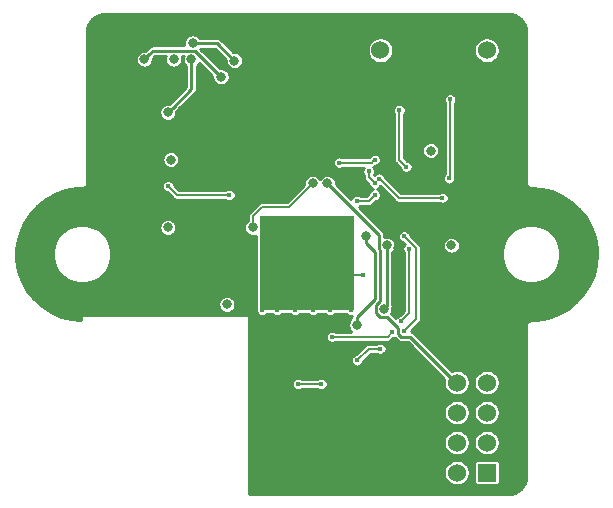
<source format=gbl>
G04 #@! TF.GenerationSoftware,KiCad,Pcbnew,(5.1.0)-1*
G04 #@! TF.CreationDate,2019-05-10T19:05:15+02:00*
G04 #@! TF.ProjectId,nrf24l01-node,6e726632-346c-4303-912d-6e6f64652e6b,rev?*
G04 #@! TF.SameCoordinates,Original*
G04 #@! TF.FileFunction,Copper,L2,Bot*
G04 #@! TF.FilePolarity,Positive*
%FSLAX46Y46*%
G04 Gerber Fmt 4.6, Leading zero omitted, Abs format (unit mm)*
G04 Created by KiCad (PCBNEW (5.1.0)-1) date 2019-05-10 19:05:15*
%MOMM*%
%LPD*%
G04 APERTURE LIST*
%ADD10R,5.500000X6.000000*%
%ADD11R,8.000000X8.000000*%
%ADD12C,1.524000*%
%ADD13R,1.524000X1.524000*%
%ADD14C,0.800000*%
%ADD15C,0.400000*%
%ADD16C,0.250000*%
%ADD17C,0.200000*%
%ADD18C,0.254000*%
G04 APERTURE END LIST*
D10*
X74750000Y-163550000D03*
X74750000Y-132950000D03*
D11*
X74750000Y-148250000D03*
D12*
X90000000Y-130250000D03*
X81000000Y-130250000D03*
D13*
X90000000Y-166000000D03*
D12*
X87460000Y-166000000D03*
X90000000Y-163460000D03*
X87460000Y-163460000D03*
X90000000Y-160920000D03*
X87460000Y-160920000D03*
X90000000Y-158380000D03*
X87460000Y-158380000D03*
D14*
X83962500Y-136000000D03*
X73750000Y-141750000D03*
X74750000Y-163550000D03*
X72500000Y-131499998D03*
X60000000Y-131000000D03*
X57000000Y-134000000D03*
X57000000Y-140500000D03*
X62000000Y-138000000D03*
X63250000Y-141000000D03*
X67250000Y-147000000D03*
X68500000Y-147750000D03*
X82500000Y-147000000D03*
X82500000Y-151500000D03*
X93000000Y-137250000D03*
X90000000Y-143500000D03*
D15*
X72500000Y-150000000D03*
X75250000Y-145750000D03*
X76750000Y-146500000D03*
X78500000Y-146500000D03*
X75750000Y-150750000D03*
X75250000Y-149500000D03*
X74250000Y-148500000D03*
X73250000Y-147500000D03*
X72250000Y-146750000D03*
X71000000Y-149000000D03*
X71000000Y-148000000D03*
X71000000Y-146750000D03*
X71000000Y-145750000D03*
X71000000Y-144750000D03*
X75250000Y-144750000D03*
X77000000Y-144750000D03*
X78500000Y-144750000D03*
D14*
X77250000Y-150250000D03*
D15*
X79555026Y-149250000D03*
X71733839Y-144766161D03*
X78500000Y-150500000D03*
X78500000Y-151250000D03*
X78500000Y-152250000D03*
X76750000Y-152250000D03*
X72250000Y-152250000D03*
X73750000Y-152250000D03*
X71000000Y-152250000D03*
X75250000Y-152250000D03*
X71000000Y-151000000D03*
X71000000Y-150000000D03*
D14*
X65000000Y-131000000D03*
X63000000Y-135500000D03*
X63250000Y-139500000D03*
X63000000Y-145250000D03*
X68000000Y-151750000D03*
X87000000Y-146750000D03*
X85250000Y-138750000D03*
X81567975Y-146769886D03*
X81274540Y-152157200D03*
X76500000Y-141500000D03*
D15*
X80500000Y-142500000D03*
X79000000Y-143000000D03*
X77500000Y-139750000D03*
X80500000Y-139500000D03*
D14*
X79000000Y-153500000D03*
X79750000Y-146000000D03*
X67500000Y-132500000D03*
X61000000Y-131000000D03*
D15*
X86250000Y-142750000D03*
X80895988Y-141104012D03*
D14*
X70185010Y-145250000D03*
X75250000Y-141500000D03*
X68637660Y-131112340D03*
X63500000Y-131000000D03*
X65089988Y-129629988D03*
D15*
X63000000Y-141750000D03*
X68210010Y-142500000D03*
X86900000Y-134400000D03*
X86800000Y-141100000D03*
X76900000Y-154500000D03*
X82000000Y-154100000D03*
X82700000Y-153200000D03*
X83200000Y-140100000D03*
X82600000Y-135300000D03*
X83389275Y-147039829D03*
X80000000Y-140500000D03*
X80500000Y-141500000D03*
X83000000Y-146000000D03*
X83000000Y-154000000D03*
X81000000Y-155500000D03*
X79000000Y-156500000D03*
X76000000Y-158500000D03*
X74000000Y-158500000D03*
D16*
X71934315Y-141750000D02*
X67250000Y-146434315D01*
X67250000Y-146434315D02*
X67250000Y-147000000D01*
X73750000Y-141750000D02*
X71934315Y-141750000D01*
X65000000Y-133500000D02*
X63399999Y-135100001D01*
X63399999Y-135100001D02*
X63000000Y-135500000D01*
X65000000Y-131000000D02*
X65000000Y-133500000D01*
D17*
X75750000Y-149250000D02*
X74750000Y-148250000D01*
X79555026Y-149250000D02*
X75750000Y-149250000D01*
D16*
X81567975Y-151863765D02*
X81274540Y-152157200D01*
X81567975Y-146769886D02*
X81567975Y-151863765D01*
X80882973Y-145882973D02*
X80882973Y-147098688D01*
X80950011Y-147165726D02*
X80950011Y-151467925D01*
X80882973Y-147098688D02*
X80950011Y-147165726D01*
X76500000Y-141500000D02*
X80882973Y-145882973D01*
X80589538Y-151828398D02*
X80589538Y-152486002D01*
X82767198Y-154485002D02*
X83485002Y-154485002D01*
X83485002Y-154485002D02*
X87500000Y-158500000D01*
X82514998Y-154232802D02*
X82767198Y-154485002D01*
X82514998Y-153767198D02*
X82514998Y-154232802D01*
X80950011Y-151467925D02*
X80589538Y-151828398D01*
X80589538Y-152486002D02*
X80945738Y-152842202D01*
X81590002Y-152842202D02*
X82514998Y-153767198D01*
X80945738Y-152842202D02*
X81590002Y-152842202D01*
D17*
X80000000Y-143000000D02*
X80500000Y-142500000D01*
X79000000Y-143000000D02*
X80000000Y-143000000D01*
X80300001Y-139699999D02*
X80500000Y-139500000D01*
X80250000Y-139750000D02*
X80300001Y-139699999D01*
X77500000Y-139750000D02*
X80250000Y-139750000D01*
D16*
X79000000Y-153500000D02*
X79000000Y-152838094D01*
X80500000Y-151338094D02*
X80500000Y-147315685D01*
X79000000Y-152838094D02*
X80500000Y-151338094D01*
X79750000Y-146565685D02*
X79750000Y-146000000D01*
X80500000Y-147315685D02*
X79750000Y-146565685D01*
X65314998Y-130314998D02*
X64814998Y-130314998D01*
X61399999Y-130600001D02*
X61000000Y-131000000D01*
X64774998Y-130274998D02*
X61725002Y-130274998D01*
X67500000Y-132500000D02*
X65314998Y-130314998D01*
X64814998Y-130314998D02*
X64774998Y-130274998D01*
X61725002Y-130274998D02*
X61399999Y-130600001D01*
D17*
X82541976Y-142750000D02*
X81095987Y-141304011D01*
X81095987Y-141304011D02*
X80895988Y-141104012D01*
X86250000Y-142750000D02*
X82541976Y-142750000D01*
X70185010Y-144684315D02*
X70185010Y-145250000D01*
X70185010Y-144314990D02*
X70185010Y-144684315D01*
X71000000Y-143500000D02*
X70185010Y-144314990D01*
X75250000Y-141500000D02*
X73250000Y-143500000D01*
X73250000Y-143500000D02*
X71000000Y-143500000D01*
D16*
X65655673Y-129666713D02*
X65089988Y-129666713D01*
X65089988Y-129666713D02*
X65089988Y-129629988D01*
X68637660Y-131112340D02*
X67192033Y-129666713D01*
X67192033Y-129666713D02*
X65655673Y-129666713D01*
D17*
X67927168Y-142500000D02*
X68210010Y-142500000D01*
X63750000Y-142500000D02*
X67927168Y-142500000D01*
X63000000Y-141750000D02*
X63750000Y-142500000D01*
X86900000Y-134400000D02*
X86900000Y-141000000D01*
X86900000Y-141000000D02*
X86800000Y-141100000D01*
X76900000Y-154500000D02*
X81600000Y-154500000D01*
X81600000Y-154500000D02*
X82000000Y-154100000D01*
X83200000Y-140100000D02*
X82600000Y-139500000D01*
X82600000Y-139500000D02*
X82600000Y-135300000D01*
X83389275Y-152510725D02*
X83389275Y-147322671D01*
X83389275Y-147322671D02*
X83389275Y-147039829D01*
X82700000Y-153200000D02*
X83389275Y-152510725D01*
X80000000Y-141000000D02*
X80500000Y-141500000D01*
X80000000Y-140500000D02*
X80000000Y-141000000D01*
X83000000Y-146000000D02*
X84000000Y-147000000D01*
X84000000Y-147000000D02*
X84000000Y-151000000D01*
X84000000Y-151000000D02*
X84000000Y-153000000D01*
X84000000Y-153000000D02*
X83000000Y-154000000D01*
X81000000Y-155500000D02*
X80000000Y-155500000D01*
X80000000Y-155500000D02*
X79000000Y-156500000D01*
X76000000Y-158500000D02*
X74000000Y-158500000D01*
D18*
G36*
X92060008Y-127184324D02*
G01*
X92358214Y-127274357D01*
X92633249Y-127420595D01*
X92874645Y-127617473D01*
X93073203Y-127857487D01*
X93221360Y-128131498D01*
X93313472Y-128429064D01*
X93348001Y-128757582D01*
X93348000Y-141519746D01*
X93353817Y-141578805D01*
X93376803Y-141654582D01*
X93414132Y-141724419D01*
X93464368Y-141785632D01*
X93525580Y-141835868D01*
X93595417Y-141873197D01*
X93671194Y-141896183D01*
X93750000Y-141903945D01*
X93753259Y-141903624D01*
X94664074Y-141978507D01*
X95553609Y-142201942D01*
X96394699Y-142567658D01*
X97164763Y-143065835D01*
X97843127Y-143683100D01*
X98411561Y-144402862D01*
X98854812Y-145205807D01*
X99160966Y-146070362D01*
X99323042Y-146980251D01*
X99347222Y-147492974D01*
X99271493Y-148414079D01*
X99048058Y-149303609D01*
X98682342Y-150144699D01*
X98184165Y-150914763D01*
X97566900Y-151593127D01*
X96847134Y-152161564D01*
X96044190Y-152604812D01*
X95179637Y-152910966D01*
X94269749Y-153073042D01*
X93760284Y-153097068D01*
X93750000Y-153096055D01*
X93671195Y-153103817D01*
X93595418Y-153126803D01*
X93525581Y-153164132D01*
X93464369Y-153214368D01*
X93414133Y-153275580D01*
X93376804Y-153345417D01*
X93353818Y-153421194D01*
X93348001Y-153480253D01*
X93348000Y-166230342D01*
X93315676Y-166560009D01*
X93225641Y-166858217D01*
X93079402Y-167133252D01*
X92882524Y-167374648D01*
X92642513Y-167573203D01*
X92368502Y-167721360D01*
X92070935Y-167813472D01*
X91742426Y-167848000D01*
X69877000Y-167848000D01*
X69877000Y-165892743D01*
X86371000Y-165892743D01*
X86371000Y-166107257D01*
X86412850Y-166317650D01*
X86494941Y-166515835D01*
X86614119Y-166694197D01*
X86765803Y-166845881D01*
X86944165Y-166965059D01*
X87142350Y-167047150D01*
X87352743Y-167089000D01*
X87567257Y-167089000D01*
X87777650Y-167047150D01*
X87975835Y-166965059D01*
X88154197Y-166845881D01*
X88305881Y-166694197D01*
X88425059Y-166515835D01*
X88507150Y-166317650D01*
X88549000Y-166107257D01*
X88549000Y-165892743D01*
X88507150Y-165682350D01*
X88425059Y-165484165D01*
X88305881Y-165305803D01*
X88238078Y-165238000D01*
X88909418Y-165238000D01*
X88909418Y-166762000D01*
X88915732Y-166826103D01*
X88934430Y-166887743D01*
X88964794Y-166944550D01*
X89005657Y-166994343D01*
X89055450Y-167035206D01*
X89112257Y-167065570D01*
X89173897Y-167084268D01*
X89238000Y-167090582D01*
X90762000Y-167090582D01*
X90826103Y-167084268D01*
X90887743Y-167065570D01*
X90944550Y-167035206D01*
X90994343Y-166994343D01*
X91035206Y-166944550D01*
X91065570Y-166887743D01*
X91084268Y-166826103D01*
X91090582Y-166762000D01*
X91090582Y-165238000D01*
X91084268Y-165173897D01*
X91065570Y-165112257D01*
X91035206Y-165055450D01*
X90994343Y-165005657D01*
X90944550Y-164964794D01*
X90887743Y-164934430D01*
X90826103Y-164915732D01*
X90762000Y-164909418D01*
X89238000Y-164909418D01*
X89173897Y-164915732D01*
X89112257Y-164934430D01*
X89055450Y-164964794D01*
X89005657Y-165005657D01*
X88964794Y-165055450D01*
X88934430Y-165112257D01*
X88915732Y-165173897D01*
X88909418Y-165238000D01*
X88238078Y-165238000D01*
X88154197Y-165154119D01*
X87975835Y-165034941D01*
X87777650Y-164952850D01*
X87567257Y-164911000D01*
X87352743Y-164911000D01*
X87142350Y-164952850D01*
X86944165Y-165034941D01*
X86765803Y-165154119D01*
X86614119Y-165305803D01*
X86494941Y-165484165D01*
X86412850Y-165682350D01*
X86371000Y-165892743D01*
X69877000Y-165892743D01*
X69877000Y-163352743D01*
X86371000Y-163352743D01*
X86371000Y-163567257D01*
X86412850Y-163777650D01*
X86494941Y-163975835D01*
X86614119Y-164154197D01*
X86765803Y-164305881D01*
X86944165Y-164425059D01*
X87142350Y-164507150D01*
X87352743Y-164549000D01*
X87567257Y-164549000D01*
X87777650Y-164507150D01*
X87975835Y-164425059D01*
X88154197Y-164305881D01*
X88305881Y-164154197D01*
X88425059Y-163975835D01*
X88507150Y-163777650D01*
X88549000Y-163567257D01*
X88549000Y-163352743D01*
X88911000Y-163352743D01*
X88911000Y-163567257D01*
X88952850Y-163777650D01*
X89034941Y-163975835D01*
X89154119Y-164154197D01*
X89305803Y-164305881D01*
X89484165Y-164425059D01*
X89682350Y-164507150D01*
X89892743Y-164549000D01*
X90107257Y-164549000D01*
X90317650Y-164507150D01*
X90515835Y-164425059D01*
X90694197Y-164305881D01*
X90845881Y-164154197D01*
X90965059Y-163975835D01*
X91047150Y-163777650D01*
X91089000Y-163567257D01*
X91089000Y-163352743D01*
X91047150Y-163142350D01*
X90965059Y-162944165D01*
X90845881Y-162765803D01*
X90694197Y-162614119D01*
X90515835Y-162494941D01*
X90317650Y-162412850D01*
X90107257Y-162371000D01*
X89892743Y-162371000D01*
X89682350Y-162412850D01*
X89484165Y-162494941D01*
X89305803Y-162614119D01*
X89154119Y-162765803D01*
X89034941Y-162944165D01*
X88952850Y-163142350D01*
X88911000Y-163352743D01*
X88549000Y-163352743D01*
X88507150Y-163142350D01*
X88425059Y-162944165D01*
X88305881Y-162765803D01*
X88154197Y-162614119D01*
X87975835Y-162494941D01*
X87777650Y-162412850D01*
X87567257Y-162371000D01*
X87352743Y-162371000D01*
X87142350Y-162412850D01*
X86944165Y-162494941D01*
X86765803Y-162614119D01*
X86614119Y-162765803D01*
X86494941Y-162944165D01*
X86412850Y-163142350D01*
X86371000Y-163352743D01*
X69877000Y-163352743D01*
X69877000Y-160812743D01*
X86371000Y-160812743D01*
X86371000Y-161027257D01*
X86412850Y-161237650D01*
X86494941Y-161435835D01*
X86614119Y-161614197D01*
X86765803Y-161765881D01*
X86944165Y-161885059D01*
X87142350Y-161967150D01*
X87352743Y-162009000D01*
X87567257Y-162009000D01*
X87777650Y-161967150D01*
X87975835Y-161885059D01*
X88154197Y-161765881D01*
X88305881Y-161614197D01*
X88425059Y-161435835D01*
X88507150Y-161237650D01*
X88549000Y-161027257D01*
X88549000Y-160812743D01*
X88911000Y-160812743D01*
X88911000Y-161027257D01*
X88952850Y-161237650D01*
X89034941Y-161435835D01*
X89154119Y-161614197D01*
X89305803Y-161765881D01*
X89484165Y-161885059D01*
X89682350Y-161967150D01*
X89892743Y-162009000D01*
X90107257Y-162009000D01*
X90317650Y-161967150D01*
X90515835Y-161885059D01*
X90694197Y-161765881D01*
X90845881Y-161614197D01*
X90965059Y-161435835D01*
X91047150Y-161237650D01*
X91089000Y-161027257D01*
X91089000Y-160812743D01*
X91047150Y-160602350D01*
X90965059Y-160404165D01*
X90845881Y-160225803D01*
X90694197Y-160074119D01*
X90515835Y-159954941D01*
X90317650Y-159872850D01*
X90107257Y-159831000D01*
X89892743Y-159831000D01*
X89682350Y-159872850D01*
X89484165Y-159954941D01*
X89305803Y-160074119D01*
X89154119Y-160225803D01*
X89034941Y-160404165D01*
X88952850Y-160602350D01*
X88911000Y-160812743D01*
X88549000Y-160812743D01*
X88507150Y-160602350D01*
X88425059Y-160404165D01*
X88305881Y-160225803D01*
X88154197Y-160074119D01*
X87975835Y-159954941D01*
X87777650Y-159872850D01*
X87567257Y-159831000D01*
X87352743Y-159831000D01*
X87142350Y-159872850D01*
X86944165Y-159954941D01*
X86765803Y-160074119D01*
X86614119Y-160225803D01*
X86494941Y-160404165D01*
X86412850Y-160602350D01*
X86371000Y-160812743D01*
X69877000Y-160812743D01*
X69877000Y-158448095D01*
X73473000Y-158448095D01*
X73473000Y-158551905D01*
X73493252Y-158653720D01*
X73532979Y-158749628D01*
X73590652Y-158835943D01*
X73664057Y-158909348D01*
X73750372Y-158967021D01*
X73846280Y-159006748D01*
X73948095Y-159027000D01*
X74051905Y-159027000D01*
X74153720Y-159006748D01*
X74249628Y-158967021D01*
X74309525Y-158927000D01*
X75690475Y-158927000D01*
X75750372Y-158967021D01*
X75846280Y-159006748D01*
X75948095Y-159027000D01*
X76051905Y-159027000D01*
X76153720Y-159006748D01*
X76249628Y-158967021D01*
X76335943Y-158909348D01*
X76409348Y-158835943D01*
X76467021Y-158749628D01*
X76506748Y-158653720D01*
X76527000Y-158551905D01*
X76527000Y-158448095D01*
X76506748Y-158346280D01*
X76467021Y-158250372D01*
X76409348Y-158164057D01*
X76335943Y-158090652D01*
X76249628Y-158032979D01*
X76153720Y-157993252D01*
X76051905Y-157973000D01*
X75948095Y-157973000D01*
X75846280Y-157993252D01*
X75750372Y-158032979D01*
X75690475Y-158073000D01*
X74309525Y-158073000D01*
X74249628Y-158032979D01*
X74153720Y-157993252D01*
X74051905Y-157973000D01*
X73948095Y-157973000D01*
X73846280Y-157993252D01*
X73750372Y-158032979D01*
X73664057Y-158090652D01*
X73590652Y-158164057D01*
X73532979Y-158250372D01*
X73493252Y-158346280D01*
X73473000Y-158448095D01*
X69877000Y-158448095D01*
X69877000Y-156448095D01*
X78473000Y-156448095D01*
X78473000Y-156551905D01*
X78493252Y-156653720D01*
X78532979Y-156749628D01*
X78590652Y-156835943D01*
X78664057Y-156909348D01*
X78750372Y-156967021D01*
X78846280Y-157006748D01*
X78948095Y-157027000D01*
X79051905Y-157027000D01*
X79153720Y-157006748D01*
X79249628Y-156967021D01*
X79335943Y-156909348D01*
X79409348Y-156835943D01*
X79467021Y-156749628D01*
X79506748Y-156653720D01*
X79520802Y-156583067D01*
X80176869Y-155927000D01*
X80690475Y-155927000D01*
X80750372Y-155967021D01*
X80846280Y-156006748D01*
X80948095Y-156027000D01*
X81051905Y-156027000D01*
X81153720Y-156006748D01*
X81249628Y-155967021D01*
X81335943Y-155909348D01*
X81409348Y-155835943D01*
X81467021Y-155749628D01*
X81506748Y-155653720D01*
X81527000Y-155551905D01*
X81527000Y-155448095D01*
X81506748Y-155346280D01*
X81467021Y-155250372D01*
X81409348Y-155164057D01*
X81335943Y-155090652D01*
X81249628Y-155032979D01*
X81153720Y-154993252D01*
X81051905Y-154973000D01*
X80948095Y-154973000D01*
X80846280Y-154993252D01*
X80750372Y-155032979D01*
X80690475Y-155073000D01*
X80020967Y-155073000D01*
X80000000Y-155070935D01*
X79979033Y-155073000D01*
X79979022Y-155073000D01*
X79916293Y-155079178D01*
X79854537Y-155097912D01*
X79835803Y-155103595D01*
X79761624Y-155143244D01*
X79712899Y-155183232D01*
X79712895Y-155183236D01*
X79696605Y-155196605D01*
X79683236Y-155212895D01*
X78916933Y-155979198D01*
X78846280Y-155993252D01*
X78750372Y-156032979D01*
X78664057Y-156090652D01*
X78590652Y-156164057D01*
X78532979Y-156250372D01*
X78493252Y-156346280D01*
X78473000Y-156448095D01*
X69877000Y-156448095D01*
X69877000Y-152750000D01*
X69874560Y-152725224D01*
X69867333Y-152701399D01*
X69855597Y-152679443D01*
X69839803Y-152660197D01*
X69820557Y-152644403D01*
X69798601Y-152632667D01*
X69774776Y-152625440D01*
X69750000Y-152623000D01*
X55750000Y-152623000D01*
X55725224Y-152625440D01*
X55701399Y-152632667D01*
X55679443Y-152644403D01*
X55660197Y-152660197D01*
X55644403Y-152679443D01*
X55632667Y-152701399D01*
X55625440Y-152725224D01*
X55623000Y-152750000D01*
X55623000Y-153086203D01*
X54835921Y-153021493D01*
X53946391Y-152798058D01*
X53105301Y-152432342D01*
X52335237Y-151934165D01*
X52054153Y-151678397D01*
X67273000Y-151678397D01*
X67273000Y-151821603D01*
X67300938Y-151962058D01*
X67355741Y-152094364D01*
X67435302Y-152213436D01*
X67536564Y-152314698D01*
X67655636Y-152394259D01*
X67787942Y-152449062D01*
X67928397Y-152477000D01*
X68071603Y-152477000D01*
X68212058Y-152449062D01*
X68344364Y-152394259D01*
X68463436Y-152314698D01*
X68564698Y-152213436D01*
X68644259Y-152094364D01*
X68699062Y-151962058D01*
X68727000Y-151821603D01*
X68727000Y-151678397D01*
X68699062Y-151537942D01*
X68644259Y-151405636D01*
X68564698Y-151286564D01*
X68463436Y-151185302D01*
X68344364Y-151105741D01*
X68212058Y-151050938D01*
X68071603Y-151023000D01*
X67928397Y-151023000D01*
X67787942Y-151050938D01*
X67655636Y-151105741D01*
X67536564Y-151185302D01*
X67435302Y-151286564D01*
X67355741Y-151405636D01*
X67300938Y-151537942D01*
X67273000Y-151678397D01*
X52054153Y-151678397D01*
X51656873Y-151316900D01*
X51088436Y-150597134D01*
X50645188Y-149794190D01*
X50339034Y-148929637D01*
X50176958Y-148019749D01*
X50152778Y-147507027D01*
X50173413Y-147256037D01*
X53273000Y-147256037D01*
X53273000Y-147743963D01*
X53368190Y-148222514D01*
X53554911Y-148673299D01*
X53825989Y-149078995D01*
X54171005Y-149424011D01*
X54576701Y-149695089D01*
X55027486Y-149881810D01*
X55506037Y-149977000D01*
X55993963Y-149977000D01*
X56472514Y-149881810D01*
X56923299Y-149695089D01*
X57328995Y-149424011D01*
X57674011Y-149078995D01*
X57945089Y-148673299D01*
X58131810Y-148222514D01*
X58227000Y-147743963D01*
X58227000Y-147256037D01*
X58131810Y-146777486D01*
X57945089Y-146326701D01*
X57674011Y-145921005D01*
X57328995Y-145575989D01*
X56923299Y-145304911D01*
X56617867Y-145178397D01*
X62273000Y-145178397D01*
X62273000Y-145321603D01*
X62300938Y-145462058D01*
X62355741Y-145594364D01*
X62435302Y-145713436D01*
X62536564Y-145814698D01*
X62655636Y-145894259D01*
X62787942Y-145949062D01*
X62928397Y-145977000D01*
X63071603Y-145977000D01*
X63212058Y-145949062D01*
X63344364Y-145894259D01*
X63463436Y-145814698D01*
X63564698Y-145713436D01*
X63644259Y-145594364D01*
X63699062Y-145462058D01*
X63727000Y-145321603D01*
X63727000Y-145178397D01*
X69458010Y-145178397D01*
X69458010Y-145321603D01*
X69485948Y-145462058D01*
X69540751Y-145594364D01*
X69620312Y-145713436D01*
X69721574Y-145814698D01*
X69840646Y-145894259D01*
X69972952Y-145949062D01*
X70113407Y-145977000D01*
X70256613Y-145977000D01*
X70397068Y-145949062D01*
X70421418Y-145938976D01*
X70421418Y-152250000D01*
X70427732Y-152314103D01*
X70446430Y-152375743D01*
X70476794Y-152432550D01*
X70517657Y-152482343D01*
X70530023Y-152492491D01*
X70532979Y-152499628D01*
X70590652Y-152585943D01*
X70664057Y-152659348D01*
X70750372Y-152717021D01*
X70846280Y-152756748D01*
X70948095Y-152777000D01*
X71051905Y-152777000D01*
X71153720Y-152756748D01*
X71249628Y-152717021D01*
X71335943Y-152659348D01*
X71409348Y-152585943D01*
X71414266Y-152578582D01*
X71835734Y-152578582D01*
X71840652Y-152585943D01*
X71914057Y-152659348D01*
X72000372Y-152717021D01*
X72096280Y-152756748D01*
X72198095Y-152777000D01*
X72301905Y-152777000D01*
X72403720Y-152756748D01*
X72499628Y-152717021D01*
X72585943Y-152659348D01*
X72659348Y-152585943D01*
X72664266Y-152578582D01*
X73335734Y-152578582D01*
X73340652Y-152585943D01*
X73414057Y-152659348D01*
X73500372Y-152717021D01*
X73596280Y-152756748D01*
X73698095Y-152777000D01*
X73801905Y-152777000D01*
X73903720Y-152756748D01*
X73999628Y-152717021D01*
X74085943Y-152659348D01*
X74159348Y-152585943D01*
X74164266Y-152578582D01*
X74835734Y-152578582D01*
X74840652Y-152585943D01*
X74914057Y-152659348D01*
X75000372Y-152717021D01*
X75096280Y-152756748D01*
X75198095Y-152777000D01*
X75301905Y-152777000D01*
X75403720Y-152756748D01*
X75499628Y-152717021D01*
X75585943Y-152659348D01*
X75659348Y-152585943D01*
X75664266Y-152578582D01*
X76335734Y-152578582D01*
X76340652Y-152585943D01*
X76414057Y-152659348D01*
X76500372Y-152717021D01*
X76596280Y-152756748D01*
X76698095Y-152777000D01*
X76801905Y-152777000D01*
X76903720Y-152756748D01*
X76999628Y-152717021D01*
X77085943Y-152659348D01*
X77159348Y-152585943D01*
X77164266Y-152578582D01*
X78085734Y-152578582D01*
X78090652Y-152585943D01*
X78164057Y-152659348D01*
X78250372Y-152717021D01*
X78346280Y-152756748D01*
X78448095Y-152777000D01*
X78551830Y-152777000D01*
X78545813Y-152838094D01*
X78548001Y-152860309D01*
X78548001Y-152927660D01*
X78536564Y-152935302D01*
X78435302Y-153036564D01*
X78355741Y-153155636D01*
X78300938Y-153287942D01*
X78273000Y-153428397D01*
X78273000Y-153571603D01*
X78300938Y-153712058D01*
X78355741Y-153844364D01*
X78435302Y-153963436D01*
X78536564Y-154064698D01*
X78548989Y-154073000D01*
X77209525Y-154073000D01*
X77149628Y-154032979D01*
X77053720Y-153993252D01*
X76951905Y-153973000D01*
X76848095Y-153973000D01*
X76746280Y-153993252D01*
X76650372Y-154032979D01*
X76564057Y-154090652D01*
X76490652Y-154164057D01*
X76432979Y-154250372D01*
X76393252Y-154346280D01*
X76373000Y-154448095D01*
X76373000Y-154551905D01*
X76393252Y-154653720D01*
X76432979Y-154749628D01*
X76490652Y-154835943D01*
X76564057Y-154909348D01*
X76650372Y-154967021D01*
X76746280Y-155006748D01*
X76848095Y-155027000D01*
X76951905Y-155027000D01*
X77053720Y-155006748D01*
X77149628Y-154967021D01*
X77209525Y-154927000D01*
X81579033Y-154927000D01*
X81600000Y-154929065D01*
X81620967Y-154927000D01*
X81620978Y-154927000D01*
X81683707Y-154920822D01*
X81764196Y-154896405D01*
X81838376Y-154856755D01*
X81903395Y-154803395D01*
X81916768Y-154787100D01*
X82083067Y-154620802D01*
X82153720Y-154606748D01*
X82221603Y-154578630D01*
X82431875Y-154788902D01*
X82446039Y-154806161D01*
X82514865Y-154862645D01*
X82593388Y-154904616D01*
X82678590Y-154930462D01*
X82767198Y-154939189D01*
X82789403Y-154937002D01*
X83297779Y-154937002D01*
X86415860Y-158055084D01*
X86412850Y-158062350D01*
X86371000Y-158272743D01*
X86371000Y-158487257D01*
X86412850Y-158697650D01*
X86494941Y-158895835D01*
X86614119Y-159074197D01*
X86765803Y-159225881D01*
X86944165Y-159345059D01*
X87142350Y-159427150D01*
X87352743Y-159469000D01*
X87567257Y-159469000D01*
X87777650Y-159427150D01*
X87975835Y-159345059D01*
X88154197Y-159225881D01*
X88305881Y-159074197D01*
X88425059Y-158895835D01*
X88507150Y-158697650D01*
X88549000Y-158487257D01*
X88549000Y-158272743D01*
X88911000Y-158272743D01*
X88911000Y-158487257D01*
X88952850Y-158697650D01*
X89034941Y-158895835D01*
X89154119Y-159074197D01*
X89305803Y-159225881D01*
X89484165Y-159345059D01*
X89682350Y-159427150D01*
X89892743Y-159469000D01*
X90107257Y-159469000D01*
X90317650Y-159427150D01*
X90515835Y-159345059D01*
X90694197Y-159225881D01*
X90845881Y-159074197D01*
X90965059Y-158895835D01*
X91047150Y-158697650D01*
X91089000Y-158487257D01*
X91089000Y-158272743D01*
X91047150Y-158062350D01*
X90965059Y-157864165D01*
X90845881Y-157685803D01*
X90694197Y-157534119D01*
X90515835Y-157414941D01*
X90317650Y-157332850D01*
X90107257Y-157291000D01*
X89892743Y-157291000D01*
X89682350Y-157332850D01*
X89484165Y-157414941D01*
X89305803Y-157534119D01*
X89154119Y-157685803D01*
X89034941Y-157864165D01*
X88952850Y-158062350D01*
X88911000Y-158272743D01*
X88549000Y-158272743D01*
X88507150Y-158062350D01*
X88425059Y-157864165D01*
X88305881Y-157685803D01*
X88154197Y-157534119D01*
X87975835Y-157414941D01*
X87777650Y-157332850D01*
X87567257Y-157291000D01*
X87352743Y-157291000D01*
X87142350Y-157332850D01*
X87021947Y-157382723D01*
X83820325Y-154181102D01*
X83806161Y-154163843D01*
X83737335Y-154107359D01*
X83658812Y-154065388D01*
X83573609Y-154039542D01*
X83565159Y-154038710D01*
X84287105Y-153316764D01*
X84303395Y-153303395D01*
X84316764Y-153287105D01*
X84316768Y-153287101D01*
X84356756Y-153238376D01*
X84396405Y-153164197D01*
X84405863Y-153133018D01*
X84420822Y-153083707D01*
X84427000Y-153020978D01*
X84427000Y-153020967D01*
X84429065Y-153000000D01*
X84427000Y-152979033D01*
X84427000Y-147020967D01*
X84429065Y-147000000D01*
X84427000Y-146979033D01*
X84427000Y-146979022D01*
X84420822Y-146916293D01*
X84396447Y-146835943D01*
X84396405Y-146835803D01*
X84356756Y-146761624D01*
X84316768Y-146712899D01*
X84316764Y-146712895D01*
X84303395Y-146696605D01*
X84287106Y-146683237D01*
X84282266Y-146678397D01*
X86273000Y-146678397D01*
X86273000Y-146821603D01*
X86300938Y-146962058D01*
X86355741Y-147094364D01*
X86435302Y-147213436D01*
X86536564Y-147314698D01*
X86655636Y-147394259D01*
X86787942Y-147449062D01*
X86928397Y-147477000D01*
X87071603Y-147477000D01*
X87212058Y-147449062D01*
X87344364Y-147394259D01*
X87463436Y-147314698D01*
X87522097Y-147256037D01*
X91273000Y-147256037D01*
X91273000Y-147743963D01*
X91368190Y-148222514D01*
X91554911Y-148673299D01*
X91825989Y-149078995D01*
X92171005Y-149424011D01*
X92576701Y-149695089D01*
X93027486Y-149881810D01*
X93506037Y-149977000D01*
X93993963Y-149977000D01*
X94472514Y-149881810D01*
X94923299Y-149695089D01*
X95328995Y-149424011D01*
X95674011Y-149078995D01*
X95945089Y-148673299D01*
X96131810Y-148222514D01*
X96227000Y-147743963D01*
X96227000Y-147256037D01*
X96131810Y-146777486D01*
X95945089Y-146326701D01*
X95674011Y-145921005D01*
X95328995Y-145575989D01*
X94923299Y-145304911D01*
X94472514Y-145118190D01*
X93993963Y-145023000D01*
X93506037Y-145023000D01*
X93027486Y-145118190D01*
X92576701Y-145304911D01*
X92171005Y-145575989D01*
X91825989Y-145921005D01*
X91554911Y-146326701D01*
X91368190Y-146777486D01*
X91273000Y-147256037D01*
X87522097Y-147256037D01*
X87564698Y-147213436D01*
X87644259Y-147094364D01*
X87699062Y-146962058D01*
X87727000Y-146821603D01*
X87727000Y-146678397D01*
X87699062Y-146537942D01*
X87644259Y-146405636D01*
X87564698Y-146286564D01*
X87463436Y-146185302D01*
X87344364Y-146105741D01*
X87212058Y-146050938D01*
X87071603Y-146023000D01*
X86928397Y-146023000D01*
X86787942Y-146050938D01*
X86655636Y-146105741D01*
X86536564Y-146185302D01*
X86435302Y-146286564D01*
X86355741Y-146405636D01*
X86300938Y-146537942D01*
X86273000Y-146678397D01*
X84282266Y-146678397D01*
X83520802Y-145916933D01*
X83506748Y-145846280D01*
X83467021Y-145750372D01*
X83409348Y-145664057D01*
X83335943Y-145590652D01*
X83249628Y-145532979D01*
X83153720Y-145493252D01*
X83051905Y-145473000D01*
X82948095Y-145473000D01*
X82846280Y-145493252D01*
X82750372Y-145532979D01*
X82664057Y-145590652D01*
X82590652Y-145664057D01*
X82532979Y-145750372D01*
X82493252Y-145846280D01*
X82473000Y-145948095D01*
X82473000Y-146051905D01*
X82493252Y-146153720D01*
X82532979Y-146249628D01*
X82590652Y-146335943D01*
X82664057Y-146409348D01*
X82750372Y-146467021D01*
X82846280Y-146506748D01*
X82916933Y-146520802D01*
X83039972Y-146643841D01*
X82979927Y-146703886D01*
X82922254Y-146790201D01*
X82882527Y-146886109D01*
X82862275Y-146987924D01*
X82862275Y-147091734D01*
X82882527Y-147193549D01*
X82922254Y-147289457D01*
X82962276Y-147349355D01*
X82962275Y-152333856D01*
X82616933Y-152679198D01*
X82546280Y-152693252D01*
X82450372Y-152732979D01*
X82364057Y-152790652D01*
X82290652Y-152864057D01*
X82274802Y-152887779D01*
X81925325Y-152538302D01*
X81911161Y-152521043D01*
X81907688Y-152518193D01*
X81918799Y-152501564D01*
X81973602Y-152369258D01*
X82001540Y-152228803D01*
X82001540Y-152085597D01*
X81990246Y-152028817D01*
X81998318Y-152002207D01*
X82013435Y-151952373D01*
X82022162Y-151863765D01*
X82019975Y-151841560D01*
X82019975Y-147342225D01*
X82031411Y-147334584D01*
X82132673Y-147233322D01*
X82212234Y-147114250D01*
X82267037Y-146981944D01*
X82294975Y-146841489D01*
X82294975Y-146698283D01*
X82267037Y-146557828D01*
X82212234Y-146425522D01*
X82132673Y-146306450D01*
X82031411Y-146205188D01*
X81912339Y-146125627D01*
X81780033Y-146070824D01*
X81639578Y-146042886D01*
X81496372Y-146042886D01*
X81355917Y-146070824D01*
X81334973Y-146079499D01*
X81334973Y-145905178D01*
X81337160Y-145882973D01*
X81328433Y-145794365D01*
X81302587Y-145709163D01*
X81286380Y-145678841D01*
X81260616Y-145630640D01*
X81204132Y-145561814D01*
X81186879Y-145547655D01*
X79147257Y-143508034D01*
X79153720Y-143506748D01*
X79249628Y-143467021D01*
X79309525Y-143427000D01*
X79979033Y-143427000D01*
X80000000Y-143429065D01*
X80020967Y-143427000D01*
X80020978Y-143427000D01*
X80083707Y-143420822D01*
X80164196Y-143396405D01*
X80238376Y-143356755D01*
X80303395Y-143303395D01*
X80316768Y-143287100D01*
X80583067Y-143020802D01*
X80653720Y-143006748D01*
X80749628Y-142967021D01*
X80835943Y-142909348D01*
X80909348Y-142835943D01*
X80967021Y-142749628D01*
X81006748Y-142653720D01*
X81027000Y-142551905D01*
X81027000Y-142448095D01*
X81006748Y-142346280D01*
X80967021Y-142250372D01*
X80909348Y-142164057D01*
X80835943Y-142090652D01*
X80749628Y-142032979D01*
X80670011Y-142000000D01*
X80749628Y-141967021D01*
X80835943Y-141909348D01*
X80909348Y-141835943D01*
X80955291Y-141767183D01*
X82225217Y-143037111D01*
X82238581Y-143053395D01*
X82254865Y-143066759D01*
X82254874Y-143066768D01*
X82303599Y-143106755D01*
X82323472Y-143117377D01*
X82377780Y-143146405D01*
X82458269Y-143170822D01*
X82520998Y-143177000D01*
X82521010Y-143177000D01*
X82541975Y-143179065D01*
X82562940Y-143177000D01*
X85940475Y-143177000D01*
X86000372Y-143217021D01*
X86096280Y-143256748D01*
X86198095Y-143277000D01*
X86301905Y-143277000D01*
X86403720Y-143256748D01*
X86499628Y-143217021D01*
X86585943Y-143159348D01*
X86659348Y-143085943D01*
X86717021Y-142999628D01*
X86756748Y-142903720D01*
X86777000Y-142801905D01*
X86777000Y-142698095D01*
X86756748Y-142596280D01*
X86717021Y-142500372D01*
X86659348Y-142414057D01*
X86585943Y-142340652D01*
X86499628Y-142282979D01*
X86403720Y-142243252D01*
X86301905Y-142223000D01*
X86198095Y-142223000D01*
X86096280Y-142243252D01*
X86000372Y-142282979D01*
X85940475Y-142323000D01*
X82718846Y-142323000D01*
X81443940Y-141048095D01*
X86273000Y-141048095D01*
X86273000Y-141151905D01*
X86293252Y-141253720D01*
X86332979Y-141349628D01*
X86390652Y-141435943D01*
X86464057Y-141509348D01*
X86550372Y-141567021D01*
X86646280Y-141606748D01*
X86748095Y-141627000D01*
X86851905Y-141627000D01*
X86953720Y-141606748D01*
X87049628Y-141567021D01*
X87135943Y-141509348D01*
X87209348Y-141435943D01*
X87267021Y-141349628D01*
X87306748Y-141253720D01*
X87327000Y-141151905D01*
X87327000Y-141048095D01*
X87325214Y-141039115D01*
X87327000Y-141020978D01*
X87327000Y-141020966D01*
X87329065Y-141000001D01*
X87327000Y-140979036D01*
X87327000Y-134709525D01*
X87367021Y-134649628D01*
X87406748Y-134553720D01*
X87427000Y-134451905D01*
X87427000Y-134348095D01*
X87406748Y-134246280D01*
X87367021Y-134150372D01*
X87309348Y-134064057D01*
X87235943Y-133990652D01*
X87149628Y-133932979D01*
X87053720Y-133893252D01*
X86951905Y-133873000D01*
X86848095Y-133873000D01*
X86746280Y-133893252D01*
X86650372Y-133932979D01*
X86564057Y-133990652D01*
X86490652Y-134064057D01*
X86432979Y-134150372D01*
X86393252Y-134246280D01*
X86373000Y-134348095D01*
X86373000Y-134451905D01*
X86393252Y-134553720D01*
X86432979Y-134649628D01*
X86473000Y-134709525D01*
X86473001Y-140684676D01*
X86464057Y-140690652D01*
X86390652Y-140764057D01*
X86332979Y-140850372D01*
X86293252Y-140946280D01*
X86273000Y-141048095D01*
X81443940Y-141048095D01*
X81416790Y-141020946D01*
X81402736Y-140950292D01*
X81363009Y-140854384D01*
X81305336Y-140768069D01*
X81231931Y-140694664D01*
X81145616Y-140636991D01*
X81049708Y-140597264D01*
X80947893Y-140577012D01*
X80844083Y-140577012D01*
X80742268Y-140597264D01*
X80646360Y-140636991D01*
X80560045Y-140694664D01*
X80486640Y-140768069D01*
X80440697Y-140836829D01*
X80427000Y-140823132D01*
X80427000Y-140809525D01*
X80467021Y-140749628D01*
X80506748Y-140653720D01*
X80527000Y-140551905D01*
X80527000Y-140448095D01*
X80506748Y-140346280D01*
X80467021Y-140250372D01*
X80409348Y-140164057D01*
X80396933Y-140151642D01*
X80414196Y-140146405D01*
X80488376Y-140106755D01*
X80553395Y-140053395D01*
X80566768Y-140037100D01*
X80583066Y-140020802D01*
X80653720Y-140006748D01*
X80749628Y-139967021D01*
X80835943Y-139909348D01*
X80909348Y-139835943D01*
X80967021Y-139749628D01*
X81006748Y-139653720D01*
X81027000Y-139551905D01*
X81027000Y-139448095D01*
X81006748Y-139346280D01*
X80967021Y-139250372D01*
X80909348Y-139164057D01*
X80835943Y-139090652D01*
X80749628Y-139032979D01*
X80653720Y-138993252D01*
X80551905Y-138973000D01*
X80448095Y-138973000D01*
X80346280Y-138993252D01*
X80250372Y-139032979D01*
X80164057Y-139090652D01*
X80090652Y-139164057D01*
X80032979Y-139250372D01*
X80002895Y-139323000D01*
X77809525Y-139323000D01*
X77749628Y-139282979D01*
X77653720Y-139243252D01*
X77551905Y-139223000D01*
X77448095Y-139223000D01*
X77346280Y-139243252D01*
X77250372Y-139282979D01*
X77164057Y-139340652D01*
X77090652Y-139414057D01*
X77032979Y-139500372D01*
X76993252Y-139596280D01*
X76973000Y-139698095D01*
X76973000Y-139801905D01*
X76993252Y-139903720D01*
X77032979Y-139999628D01*
X77090652Y-140085943D01*
X77164057Y-140159348D01*
X77250372Y-140217021D01*
X77346280Y-140256748D01*
X77448095Y-140277000D01*
X77551905Y-140277000D01*
X77653720Y-140256748D01*
X77749628Y-140217021D01*
X77809525Y-140177000D01*
X79582004Y-140177000D01*
X79532979Y-140250372D01*
X79493252Y-140346280D01*
X79473000Y-140448095D01*
X79473000Y-140551905D01*
X79493252Y-140653720D01*
X79532979Y-140749628D01*
X79573001Y-140809525D01*
X79573001Y-140979024D01*
X79570935Y-141000000D01*
X79573001Y-141020977D01*
X79573001Y-141020978D01*
X79579179Y-141083707D01*
X79603073Y-141162473D01*
X79603596Y-141164196D01*
X79643245Y-141238376D01*
X79683232Y-141287100D01*
X79683237Y-141287105D01*
X79696606Y-141303395D01*
X79712895Y-141316763D01*
X79979198Y-141583067D01*
X79993252Y-141653720D01*
X80032979Y-141749628D01*
X80090652Y-141835943D01*
X80164057Y-141909348D01*
X80250372Y-141967021D01*
X80329989Y-142000000D01*
X80250372Y-142032979D01*
X80164057Y-142090652D01*
X80090652Y-142164057D01*
X80032979Y-142250372D01*
X79993252Y-142346280D01*
X79979198Y-142416933D01*
X79823132Y-142573000D01*
X79309525Y-142573000D01*
X79249628Y-142532979D01*
X79153720Y-142493252D01*
X79051905Y-142473000D01*
X78948095Y-142473000D01*
X78846280Y-142493252D01*
X78750372Y-142532979D01*
X78664057Y-142590652D01*
X78590652Y-142664057D01*
X78532979Y-142750372D01*
X78493252Y-142846280D01*
X78491966Y-142852743D01*
X77224317Y-141585094D01*
X77227000Y-141571603D01*
X77227000Y-141428397D01*
X77199062Y-141287942D01*
X77144259Y-141155636D01*
X77064698Y-141036564D01*
X76963436Y-140935302D01*
X76844364Y-140855741D01*
X76712058Y-140800938D01*
X76571603Y-140773000D01*
X76428397Y-140773000D01*
X76287942Y-140800938D01*
X76155636Y-140855741D01*
X76036564Y-140935302D01*
X75935302Y-141036564D01*
X75875000Y-141126813D01*
X75814698Y-141036564D01*
X75713436Y-140935302D01*
X75594364Y-140855741D01*
X75462058Y-140800938D01*
X75321603Y-140773000D01*
X75178397Y-140773000D01*
X75037942Y-140800938D01*
X74905636Y-140855741D01*
X74786564Y-140935302D01*
X74685302Y-141036564D01*
X74605741Y-141155636D01*
X74550938Y-141287942D01*
X74523000Y-141428397D01*
X74523000Y-141571603D01*
X74531549Y-141614582D01*
X73073132Y-143073000D01*
X71020967Y-143073000D01*
X71000000Y-143070935D01*
X70979033Y-143073000D01*
X70979022Y-143073000D01*
X70916293Y-143079178D01*
X70835804Y-143103595D01*
X70810020Y-143117377D01*
X70761623Y-143143245D01*
X70712899Y-143183232D01*
X70712895Y-143183236D01*
X70696605Y-143196605D01*
X70683236Y-143212895D01*
X69897910Y-143998222D01*
X69881615Y-144011595D01*
X69868243Y-144027889D01*
X69868242Y-144027890D01*
X69828255Y-144076614D01*
X69810581Y-144109680D01*
X69788605Y-144150795D01*
X69764188Y-144231284D01*
X69758010Y-144294013D01*
X69758010Y-144294023D01*
X69755945Y-144314990D01*
X69758010Y-144335957D01*
X69758010Y-144660956D01*
X69721574Y-144685302D01*
X69620312Y-144786564D01*
X69540751Y-144905636D01*
X69485948Y-145037942D01*
X69458010Y-145178397D01*
X63727000Y-145178397D01*
X63699062Y-145037942D01*
X63644259Y-144905636D01*
X63564698Y-144786564D01*
X63463436Y-144685302D01*
X63344364Y-144605741D01*
X63212058Y-144550938D01*
X63071603Y-144523000D01*
X62928397Y-144523000D01*
X62787942Y-144550938D01*
X62655636Y-144605741D01*
X62536564Y-144685302D01*
X62435302Y-144786564D01*
X62355741Y-144905636D01*
X62300938Y-145037942D01*
X62273000Y-145178397D01*
X56617867Y-145178397D01*
X56472514Y-145118190D01*
X55993963Y-145023000D01*
X55506037Y-145023000D01*
X55027486Y-145118190D01*
X54576701Y-145304911D01*
X54171005Y-145575989D01*
X53825989Y-145921005D01*
X53554911Y-146326701D01*
X53368190Y-146777486D01*
X53273000Y-147256037D01*
X50173413Y-147256037D01*
X50228507Y-146585926D01*
X50451942Y-145696391D01*
X50817658Y-144855301D01*
X51315835Y-144085237D01*
X51933100Y-143406873D01*
X52652862Y-142838439D01*
X53455807Y-142395188D01*
X54320362Y-142089034D01*
X55230251Y-141926958D01*
X55739716Y-141902932D01*
X55750000Y-141903945D01*
X55828805Y-141896183D01*
X55904582Y-141873197D01*
X55974419Y-141835868D01*
X56035632Y-141785632D01*
X56085868Y-141724420D01*
X56099939Y-141698095D01*
X62473000Y-141698095D01*
X62473000Y-141801905D01*
X62493252Y-141903720D01*
X62532979Y-141999628D01*
X62590652Y-142085943D01*
X62664057Y-142159348D01*
X62750372Y-142217021D01*
X62846280Y-142256748D01*
X62916933Y-142270802D01*
X63433241Y-142787111D01*
X63446605Y-142803395D01*
X63462889Y-142816759D01*
X63462898Y-142816768D01*
X63511623Y-142856755D01*
X63551273Y-142877948D01*
X63585804Y-142896405D01*
X63666293Y-142920822D01*
X63729022Y-142927000D01*
X63729032Y-142927000D01*
X63749999Y-142929065D01*
X63770966Y-142927000D01*
X67900485Y-142927000D01*
X67960382Y-142967021D01*
X68056290Y-143006748D01*
X68158105Y-143027000D01*
X68261915Y-143027000D01*
X68363730Y-143006748D01*
X68459638Y-142967021D01*
X68545953Y-142909348D01*
X68619358Y-142835943D01*
X68677031Y-142749628D01*
X68716758Y-142653720D01*
X68737010Y-142551905D01*
X68737010Y-142448095D01*
X68716758Y-142346280D01*
X68677031Y-142250372D01*
X68619358Y-142164057D01*
X68545953Y-142090652D01*
X68459638Y-142032979D01*
X68363730Y-141993252D01*
X68261915Y-141973000D01*
X68158105Y-141973000D01*
X68056290Y-141993252D01*
X67960382Y-142032979D01*
X67900485Y-142073000D01*
X63926870Y-142073000D01*
X63520802Y-141666933D01*
X63506748Y-141596280D01*
X63467021Y-141500372D01*
X63409348Y-141414057D01*
X63335943Y-141340652D01*
X63249628Y-141282979D01*
X63153720Y-141243252D01*
X63051905Y-141223000D01*
X62948095Y-141223000D01*
X62846280Y-141243252D01*
X62750372Y-141282979D01*
X62664057Y-141340652D01*
X62590652Y-141414057D01*
X62532979Y-141500372D01*
X62493252Y-141596280D01*
X62473000Y-141698095D01*
X56099939Y-141698095D01*
X56123197Y-141654583D01*
X56146183Y-141578806D01*
X56152000Y-141519747D01*
X56152000Y-139428397D01*
X62523000Y-139428397D01*
X62523000Y-139571603D01*
X62550938Y-139712058D01*
X62605741Y-139844364D01*
X62685302Y-139963436D01*
X62786564Y-140064698D01*
X62905636Y-140144259D01*
X63037942Y-140199062D01*
X63178397Y-140227000D01*
X63321603Y-140227000D01*
X63462058Y-140199062D01*
X63594364Y-140144259D01*
X63713436Y-140064698D01*
X63814698Y-139963436D01*
X63894259Y-139844364D01*
X63949062Y-139712058D01*
X63977000Y-139571603D01*
X63977000Y-139428397D01*
X63949062Y-139287942D01*
X63894259Y-139155636D01*
X63814698Y-139036564D01*
X63713436Y-138935302D01*
X63594364Y-138855741D01*
X63462058Y-138800938D01*
X63321603Y-138773000D01*
X63178397Y-138773000D01*
X63037942Y-138800938D01*
X62905636Y-138855741D01*
X62786564Y-138935302D01*
X62685302Y-139036564D01*
X62605741Y-139155636D01*
X62550938Y-139287942D01*
X62523000Y-139428397D01*
X56152000Y-139428397D01*
X56152000Y-130928397D01*
X60273000Y-130928397D01*
X60273000Y-131071603D01*
X60300938Y-131212058D01*
X60355741Y-131344364D01*
X60435302Y-131463436D01*
X60536564Y-131564698D01*
X60655636Y-131644259D01*
X60787942Y-131699062D01*
X60928397Y-131727000D01*
X61071603Y-131727000D01*
X61212058Y-131699062D01*
X61344364Y-131644259D01*
X61463436Y-131564698D01*
X61564698Y-131463436D01*
X61644259Y-131344364D01*
X61699062Y-131212058D01*
X61727000Y-131071603D01*
X61727000Y-130928397D01*
X61724317Y-130914907D01*
X61735312Y-130903912D01*
X61735316Y-130903907D01*
X61912226Y-130726998D01*
X62826182Y-130726998D01*
X62800938Y-130787942D01*
X62773000Y-130928397D01*
X62773000Y-131071603D01*
X62800938Y-131212058D01*
X62855741Y-131344364D01*
X62935302Y-131463436D01*
X63036564Y-131564698D01*
X63155636Y-131644259D01*
X63287942Y-131699062D01*
X63428397Y-131727000D01*
X63571603Y-131727000D01*
X63712058Y-131699062D01*
X63844364Y-131644259D01*
X63963436Y-131564698D01*
X64064698Y-131463436D01*
X64144259Y-131344364D01*
X64199062Y-131212058D01*
X64227000Y-131071603D01*
X64227000Y-130928397D01*
X64199062Y-130787942D01*
X64173818Y-130726998D01*
X64326182Y-130726998D01*
X64300938Y-130787942D01*
X64273000Y-130928397D01*
X64273000Y-131071603D01*
X64300938Y-131212058D01*
X64355741Y-131344364D01*
X64435302Y-131463436D01*
X64536564Y-131564698D01*
X64548000Y-131572339D01*
X64548001Y-133312774D01*
X63096093Y-134764684D01*
X63096088Y-134764688D01*
X63085093Y-134775683D01*
X63071603Y-134773000D01*
X62928397Y-134773000D01*
X62787942Y-134800938D01*
X62655636Y-134855741D01*
X62536564Y-134935302D01*
X62435302Y-135036564D01*
X62355741Y-135155636D01*
X62300938Y-135287942D01*
X62273000Y-135428397D01*
X62273000Y-135571603D01*
X62300938Y-135712058D01*
X62355741Y-135844364D01*
X62435302Y-135963436D01*
X62536564Y-136064698D01*
X62655636Y-136144259D01*
X62787942Y-136199062D01*
X62928397Y-136227000D01*
X63071603Y-136227000D01*
X63212058Y-136199062D01*
X63344364Y-136144259D01*
X63463436Y-136064698D01*
X63564698Y-135963436D01*
X63644259Y-135844364D01*
X63699062Y-135712058D01*
X63727000Y-135571603D01*
X63727000Y-135428397D01*
X63724317Y-135414907D01*
X63735312Y-135403912D01*
X63735316Y-135403907D01*
X63891128Y-135248095D01*
X82073000Y-135248095D01*
X82073000Y-135351905D01*
X82093252Y-135453720D01*
X82132979Y-135549628D01*
X82173001Y-135609526D01*
X82173000Y-139479033D01*
X82170935Y-139500000D01*
X82173000Y-139520967D01*
X82173000Y-139520977D01*
X82179178Y-139583706D01*
X82203595Y-139664195D01*
X82204717Y-139666294D01*
X82243245Y-139738376D01*
X82252785Y-139750000D01*
X82296605Y-139803395D01*
X82312900Y-139816768D01*
X82679199Y-140183068D01*
X82693252Y-140253720D01*
X82732979Y-140349628D01*
X82790652Y-140435943D01*
X82864057Y-140509348D01*
X82950372Y-140567021D01*
X83046280Y-140606748D01*
X83148095Y-140627000D01*
X83251905Y-140627000D01*
X83353720Y-140606748D01*
X83449628Y-140567021D01*
X83535943Y-140509348D01*
X83609348Y-140435943D01*
X83667021Y-140349628D01*
X83706748Y-140253720D01*
X83727000Y-140151905D01*
X83727000Y-140048095D01*
X83706748Y-139946280D01*
X83667021Y-139850372D01*
X83609348Y-139764057D01*
X83535943Y-139690652D01*
X83449628Y-139632979D01*
X83353720Y-139593252D01*
X83283068Y-139579199D01*
X83027000Y-139323132D01*
X83027000Y-138678397D01*
X84523000Y-138678397D01*
X84523000Y-138821603D01*
X84550938Y-138962058D01*
X84605741Y-139094364D01*
X84685302Y-139213436D01*
X84786564Y-139314698D01*
X84905636Y-139394259D01*
X85037942Y-139449062D01*
X85178397Y-139477000D01*
X85321603Y-139477000D01*
X85462058Y-139449062D01*
X85594364Y-139394259D01*
X85713436Y-139314698D01*
X85814698Y-139213436D01*
X85894259Y-139094364D01*
X85949062Y-138962058D01*
X85977000Y-138821603D01*
X85977000Y-138678397D01*
X85949062Y-138537942D01*
X85894259Y-138405636D01*
X85814698Y-138286564D01*
X85713436Y-138185302D01*
X85594364Y-138105741D01*
X85462058Y-138050938D01*
X85321603Y-138023000D01*
X85178397Y-138023000D01*
X85037942Y-138050938D01*
X84905636Y-138105741D01*
X84786564Y-138185302D01*
X84685302Y-138286564D01*
X84605741Y-138405636D01*
X84550938Y-138537942D01*
X84523000Y-138678397D01*
X83027000Y-138678397D01*
X83027000Y-135609525D01*
X83067021Y-135549628D01*
X83106748Y-135453720D01*
X83127000Y-135351905D01*
X83127000Y-135248095D01*
X83106748Y-135146280D01*
X83067021Y-135050372D01*
X83009348Y-134964057D01*
X82935943Y-134890652D01*
X82849628Y-134832979D01*
X82753720Y-134793252D01*
X82651905Y-134773000D01*
X82548095Y-134773000D01*
X82446280Y-134793252D01*
X82350372Y-134832979D01*
X82264057Y-134890652D01*
X82190652Y-134964057D01*
X82132979Y-135050372D01*
X82093252Y-135146280D01*
X82073000Y-135248095D01*
X63891128Y-135248095D01*
X65303910Y-133835315D01*
X65321159Y-133821159D01*
X65377643Y-133752333D01*
X65419614Y-133673810D01*
X65445460Y-133588607D01*
X65452000Y-133522205D01*
X65454187Y-133500001D01*
X65452000Y-133477796D01*
X65452000Y-131572339D01*
X65463436Y-131564698D01*
X65564698Y-131463436D01*
X65644259Y-131344364D01*
X65662091Y-131301314D01*
X66775683Y-132414908D01*
X66773000Y-132428397D01*
X66773000Y-132571603D01*
X66800938Y-132712058D01*
X66855741Y-132844364D01*
X66935302Y-132963436D01*
X67036564Y-133064698D01*
X67155636Y-133144259D01*
X67287942Y-133199062D01*
X67428397Y-133227000D01*
X67571603Y-133227000D01*
X67712058Y-133199062D01*
X67844364Y-133144259D01*
X67963436Y-133064698D01*
X68064698Y-132963436D01*
X68144259Y-132844364D01*
X68199062Y-132712058D01*
X68227000Y-132571603D01*
X68227000Y-132428397D01*
X68199062Y-132287942D01*
X68144259Y-132155636D01*
X68064698Y-132036564D01*
X67963436Y-131935302D01*
X67844364Y-131855741D01*
X67712058Y-131800938D01*
X67571603Y-131773000D01*
X67428397Y-131773000D01*
X67414908Y-131775683D01*
X65757936Y-130118713D01*
X67004810Y-130118713D01*
X67913343Y-131027248D01*
X67910660Y-131040737D01*
X67910660Y-131183943D01*
X67938598Y-131324398D01*
X67993401Y-131456704D01*
X68072962Y-131575776D01*
X68174224Y-131677038D01*
X68293296Y-131756599D01*
X68425602Y-131811402D01*
X68566057Y-131839340D01*
X68709263Y-131839340D01*
X68849718Y-131811402D01*
X68982024Y-131756599D01*
X69101096Y-131677038D01*
X69202358Y-131575776D01*
X69281919Y-131456704D01*
X69336722Y-131324398D01*
X69364660Y-131183943D01*
X69364660Y-131040737D01*
X69336722Y-130900282D01*
X69281919Y-130767976D01*
X69202358Y-130648904D01*
X69101096Y-130547642D01*
X68982024Y-130468081D01*
X68849718Y-130413278D01*
X68709263Y-130385340D01*
X68566057Y-130385340D01*
X68552568Y-130388023D01*
X68307288Y-130142743D01*
X79911000Y-130142743D01*
X79911000Y-130357257D01*
X79952850Y-130567650D01*
X80034941Y-130765835D01*
X80154119Y-130944197D01*
X80305803Y-131095881D01*
X80484165Y-131215059D01*
X80682350Y-131297150D01*
X80892743Y-131339000D01*
X81107257Y-131339000D01*
X81317650Y-131297150D01*
X81515835Y-131215059D01*
X81694197Y-131095881D01*
X81845881Y-130944197D01*
X81965059Y-130765835D01*
X82047150Y-130567650D01*
X82089000Y-130357257D01*
X82089000Y-130142743D01*
X88911000Y-130142743D01*
X88911000Y-130357257D01*
X88952850Y-130567650D01*
X89034941Y-130765835D01*
X89154119Y-130944197D01*
X89305803Y-131095881D01*
X89484165Y-131215059D01*
X89682350Y-131297150D01*
X89892743Y-131339000D01*
X90107257Y-131339000D01*
X90317650Y-131297150D01*
X90515835Y-131215059D01*
X90694197Y-131095881D01*
X90845881Y-130944197D01*
X90965059Y-130765835D01*
X91047150Y-130567650D01*
X91089000Y-130357257D01*
X91089000Y-130142743D01*
X91047150Y-129932350D01*
X90965059Y-129734165D01*
X90845881Y-129555803D01*
X90694197Y-129404119D01*
X90515835Y-129284941D01*
X90317650Y-129202850D01*
X90107257Y-129161000D01*
X89892743Y-129161000D01*
X89682350Y-129202850D01*
X89484165Y-129284941D01*
X89305803Y-129404119D01*
X89154119Y-129555803D01*
X89034941Y-129734165D01*
X88952850Y-129932350D01*
X88911000Y-130142743D01*
X82089000Y-130142743D01*
X82047150Y-129932350D01*
X81965059Y-129734165D01*
X81845881Y-129555803D01*
X81694197Y-129404119D01*
X81515835Y-129284941D01*
X81317650Y-129202850D01*
X81107257Y-129161000D01*
X80892743Y-129161000D01*
X80682350Y-129202850D01*
X80484165Y-129284941D01*
X80305803Y-129404119D01*
X80154119Y-129555803D01*
X80034941Y-129734165D01*
X79952850Y-129932350D01*
X79911000Y-130142743D01*
X68307288Y-130142743D01*
X67527356Y-129362813D01*
X67513192Y-129345554D01*
X67444366Y-129289070D01*
X67365843Y-129247099D01*
X67280640Y-129221253D01*
X67214238Y-129214713D01*
X67192033Y-129212526D01*
X67169828Y-129214713D01*
X65686866Y-129214713D01*
X65654686Y-129166552D01*
X65553424Y-129065290D01*
X65434352Y-128985729D01*
X65302046Y-128930926D01*
X65161591Y-128902988D01*
X65018385Y-128902988D01*
X64877930Y-128930926D01*
X64745624Y-128985729D01*
X64626552Y-129065290D01*
X64525290Y-129166552D01*
X64445729Y-129285624D01*
X64390926Y-129417930D01*
X64362988Y-129558385D01*
X64362988Y-129701591D01*
X64387137Y-129822998D01*
X61747207Y-129822998D01*
X61725002Y-129820811D01*
X61636394Y-129829538D01*
X61551192Y-129855384D01*
X61472669Y-129897355D01*
X61403843Y-129953839D01*
X61389683Y-129971093D01*
X61096093Y-130264684D01*
X61096088Y-130264688D01*
X61085093Y-130275683D01*
X61071603Y-130273000D01*
X60928397Y-130273000D01*
X60787942Y-130300938D01*
X60655636Y-130355741D01*
X60536564Y-130435302D01*
X60435302Y-130536564D01*
X60355741Y-130655636D01*
X60300938Y-130787942D01*
X60273000Y-130928397D01*
X56152000Y-130928397D01*
X56152000Y-128769658D01*
X56184324Y-128439992D01*
X56274357Y-128141786D01*
X56420595Y-127866751D01*
X56617473Y-127625355D01*
X56857487Y-127426797D01*
X57131498Y-127278640D01*
X57429064Y-127186528D01*
X57757573Y-127152000D01*
X91730342Y-127152000D01*
X92060008Y-127184324D01*
X92060008Y-127184324D01*
G37*
X92060008Y-127184324D02*
X92358214Y-127274357D01*
X92633249Y-127420595D01*
X92874645Y-127617473D01*
X93073203Y-127857487D01*
X93221360Y-128131498D01*
X93313472Y-128429064D01*
X93348001Y-128757582D01*
X93348000Y-141519746D01*
X93353817Y-141578805D01*
X93376803Y-141654582D01*
X93414132Y-141724419D01*
X93464368Y-141785632D01*
X93525580Y-141835868D01*
X93595417Y-141873197D01*
X93671194Y-141896183D01*
X93750000Y-141903945D01*
X93753259Y-141903624D01*
X94664074Y-141978507D01*
X95553609Y-142201942D01*
X96394699Y-142567658D01*
X97164763Y-143065835D01*
X97843127Y-143683100D01*
X98411561Y-144402862D01*
X98854812Y-145205807D01*
X99160966Y-146070362D01*
X99323042Y-146980251D01*
X99347222Y-147492974D01*
X99271493Y-148414079D01*
X99048058Y-149303609D01*
X98682342Y-150144699D01*
X98184165Y-150914763D01*
X97566900Y-151593127D01*
X96847134Y-152161564D01*
X96044190Y-152604812D01*
X95179637Y-152910966D01*
X94269749Y-153073042D01*
X93760284Y-153097068D01*
X93750000Y-153096055D01*
X93671195Y-153103817D01*
X93595418Y-153126803D01*
X93525581Y-153164132D01*
X93464369Y-153214368D01*
X93414133Y-153275580D01*
X93376804Y-153345417D01*
X93353818Y-153421194D01*
X93348001Y-153480253D01*
X93348000Y-166230342D01*
X93315676Y-166560009D01*
X93225641Y-166858217D01*
X93079402Y-167133252D01*
X92882524Y-167374648D01*
X92642513Y-167573203D01*
X92368502Y-167721360D01*
X92070935Y-167813472D01*
X91742426Y-167848000D01*
X69877000Y-167848000D01*
X69877000Y-165892743D01*
X86371000Y-165892743D01*
X86371000Y-166107257D01*
X86412850Y-166317650D01*
X86494941Y-166515835D01*
X86614119Y-166694197D01*
X86765803Y-166845881D01*
X86944165Y-166965059D01*
X87142350Y-167047150D01*
X87352743Y-167089000D01*
X87567257Y-167089000D01*
X87777650Y-167047150D01*
X87975835Y-166965059D01*
X88154197Y-166845881D01*
X88305881Y-166694197D01*
X88425059Y-166515835D01*
X88507150Y-166317650D01*
X88549000Y-166107257D01*
X88549000Y-165892743D01*
X88507150Y-165682350D01*
X88425059Y-165484165D01*
X88305881Y-165305803D01*
X88238078Y-165238000D01*
X88909418Y-165238000D01*
X88909418Y-166762000D01*
X88915732Y-166826103D01*
X88934430Y-166887743D01*
X88964794Y-166944550D01*
X89005657Y-166994343D01*
X89055450Y-167035206D01*
X89112257Y-167065570D01*
X89173897Y-167084268D01*
X89238000Y-167090582D01*
X90762000Y-167090582D01*
X90826103Y-167084268D01*
X90887743Y-167065570D01*
X90944550Y-167035206D01*
X90994343Y-166994343D01*
X91035206Y-166944550D01*
X91065570Y-166887743D01*
X91084268Y-166826103D01*
X91090582Y-166762000D01*
X91090582Y-165238000D01*
X91084268Y-165173897D01*
X91065570Y-165112257D01*
X91035206Y-165055450D01*
X90994343Y-165005657D01*
X90944550Y-164964794D01*
X90887743Y-164934430D01*
X90826103Y-164915732D01*
X90762000Y-164909418D01*
X89238000Y-164909418D01*
X89173897Y-164915732D01*
X89112257Y-164934430D01*
X89055450Y-164964794D01*
X89005657Y-165005657D01*
X88964794Y-165055450D01*
X88934430Y-165112257D01*
X88915732Y-165173897D01*
X88909418Y-165238000D01*
X88238078Y-165238000D01*
X88154197Y-165154119D01*
X87975835Y-165034941D01*
X87777650Y-164952850D01*
X87567257Y-164911000D01*
X87352743Y-164911000D01*
X87142350Y-164952850D01*
X86944165Y-165034941D01*
X86765803Y-165154119D01*
X86614119Y-165305803D01*
X86494941Y-165484165D01*
X86412850Y-165682350D01*
X86371000Y-165892743D01*
X69877000Y-165892743D01*
X69877000Y-163352743D01*
X86371000Y-163352743D01*
X86371000Y-163567257D01*
X86412850Y-163777650D01*
X86494941Y-163975835D01*
X86614119Y-164154197D01*
X86765803Y-164305881D01*
X86944165Y-164425059D01*
X87142350Y-164507150D01*
X87352743Y-164549000D01*
X87567257Y-164549000D01*
X87777650Y-164507150D01*
X87975835Y-164425059D01*
X88154197Y-164305881D01*
X88305881Y-164154197D01*
X88425059Y-163975835D01*
X88507150Y-163777650D01*
X88549000Y-163567257D01*
X88549000Y-163352743D01*
X88911000Y-163352743D01*
X88911000Y-163567257D01*
X88952850Y-163777650D01*
X89034941Y-163975835D01*
X89154119Y-164154197D01*
X89305803Y-164305881D01*
X89484165Y-164425059D01*
X89682350Y-164507150D01*
X89892743Y-164549000D01*
X90107257Y-164549000D01*
X90317650Y-164507150D01*
X90515835Y-164425059D01*
X90694197Y-164305881D01*
X90845881Y-164154197D01*
X90965059Y-163975835D01*
X91047150Y-163777650D01*
X91089000Y-163567257D01*
X91089000Y-163352743D01*
X91047150Y-163142350D01*
X90965059Y-162944165D01*
X90845881Y-162765803D01*
X90694197Y-162614119D01*
X90515835Y-162494941D01*
X90317650Y-162412850D01*
X90107257Y-162371000D01*
X89892743Y-162371000D01*
X89682350Y-162412850D01*
X89484165Y-162494941D01*
X89305803Y-162614119D01*
X89154119Y-162765803D01*
X89034941Y-162944165D01*
X88952850Y-163142350D01*
X88911000Y-163352743D01*
X88549000Y-163352743D01*
X88507150Y-163142350D01*
X88425059Y-162944165D01*
X88305881Y-162765803D01*
X88154197Y-162614119D01*
X87975835Y-162494941D01*
X87777650Y-162412850D01*
X87567257Y-162371000D01*
X87352743Y-162371000D01*
X87142350Y-162412850D01*
X86944165Y-162494941D01*
X86765803Y-162614119D01*
X86614119Y-162765803D01*
X86494941Y-162944165D01*
X86412850Y-163142350D01*
X86371000Y-163352743D01*
X69877000Y-163352743D01*
X69877000Y-160812743D01*
X86371000Y-160812743D01*
X86371000Y-161027257D01*
X86412850Y-161237650D01*
X86494941Y-161435835D01*
X86614119Y-161614197D01*
X86765803Y-161765881D01*
X86944165Y-161885059D01*
X87142350Y-161967150D01*
X87352743Y-162009000D01*
X87567257Y-162009000D01*
X87777650Y-161967150D01*
X87975835Y-161885059D01*
X88154197Y-161765881D01*
X88305881Y-161614197D01*
X88425059Y-161435835D01*
X88507150Y-161237650D01*
X88549000Y-161027257D01*
X88549000Y-160812743D01*
X88911000Y-160812743D01*
X88911000Y-161027257D01*
X88952850Y-161237650D01*
X89034941Y-161435835D01*
X89154119Y-161614197D01*
X89305803Y-161765881D01*
X89484165Y-161885059D01*
X89682350Y-161967150D01*
X89892743Y-162009000D01*
X90107257Y-162009000D01*
X90317650Y-161967150D01*
X90515835Y-161885059D01*
X90694197Y-161765881D01*
X90845881Y-161614197D01*
X90965059Y-161435835D01*
X91047150Y-161237650D01*
X91089000Y-161027257D01*
X91089000Y-160812743D01*
X91047150Y-160602350D01*
X90965059Y-160404165D01*
X90845881Y-160225803D01*
X90694197Y-160074119D01*
X90515835Y-159954941D01*
X90317650Y-159872850D01*
X90107257Y-159831000D01*
X89892743Y-159831000D01*
X89682350Y-159872850D01*
X89484165Y-159954941D01*
X89305803Y-160074119D01*
X89154119Y-160225803D01*
X89034941Y-160404165D01*
X88952850Y-160602350D01*
X88911000Y-160812743D01*
X88549000Y-160812743D01*
X88507150Y-160602350D01*
X88425059Y-160404165D01*
X88305881Y-160225803D01*
X88154197Y-160074119D01*
X87975835Y-159954941D01*
X87777650Y-159872850D01*
X87567257Y-159831000D01*
X87352743Y-159831000D01*
X87142350Y-159872850D01*
X86944165Y-159954941D01*
X86765803Y-160074119D01*
X86614119Y-160225803D01*
X86494941Y-160404165D01*
X86412850Y-160602350D01*
X86371000Y-160812743D01*
X69877000Y-160812743D01*
X69877000Y-158448095D01*
X73473000Y-158448095D01*
X73473000Y-158551905D01*
X73493252Y-158653720D01*
X73532979Y-158749628D01*
X73590652Y-158835943D01*
X73664057Y-158909348D01*
X73750372Y-158967021D01*
X73846280Y-159006748D01*
X73948095Y-159027000D01*
X74051905Y-159027000D01*
X74153720Y-159006748D01*
X74249628Y-158967021D01*
X74309525Y-158927000D01*
X75690475Y-158927000D01*
X75750372Y-158967021D01*
X75846280Y-159006748D01*
X75948095Y-159027000D01*
X76051905Y-159027000D01*
X76153720Y-159006748D01*
X76249628Y-158967021D01*
X76335943Y-158909348D01*
X76409348Y-158835943D01*
X76467021Y-158749628D01*
X76506748Y-158653720D01*
X76527000Y-158551905D01*
X76527000Y-158448095D01*
X76506748Y-158346280D01*
X76467021Y-158250372D01*
X76409348Y-158164057D01*
X76335943Y-158090652D01*
X76249628Y-158032979D01*
X76153720Y-157993252D01*
X76051905Y-157973000D01*
X75948095Y-157973000D01*
X75846280Y-157993252D01*
X75750372Y-158032979D01*
X75690475Y-158073000D01*
X74309525Y-158073000D01*
X74249628Y-158032979D01*
X74153720Y-157993252D01*
X74051905Y-157973000D01*
X73948095Y-157973000D01*
X73846280Y-157993252D01*
X73750372Y-158032979D01*
X73664057Y-158090652D01*
X73590652Y-158164057D01*
X73532979Y-158250372D01*
X73493252Y-158346280D01*
X73473000Y-158448095D01*
X69877000Y-158448095D01*
X69877000Y-156448095D01*
X78473000Y-156448095D01*
X78473000Y-156551905D01*
X78493252Y-156653720D01*
X78532979Y-156749628D01*
X78590652Y-156835943D01*
X78664057Y-156909348D01*
X78750372Y-156967021D01*
X78846280Y-157006748D01*
X78948095Y-157027000D01*
X79051905Y-157027000D01*
X79153720Y-157006748D01*
X79249628Y-156967021D01*
X79335943Y-156909348D01*
X79409348Y-156835943D01*
X79467021Y-156749628D01*
X79506748Y-156653720D01*
X79520802Y-156583067D01*
X80176869Y-155927000D01*
X80690475Y-155927000D01*
X80750372Y-155967021D01*
X80846280Y-156006748D01*
X80948095Y-156027000D01*
X81051905Y-156027000D01*
X81153720Y-156006748D01*
X81249628Y-155967021D01*
X81335943Y-155909348D01*
X81409348Y-155835943D01*
X81467021Y-155749628D01*
X81506748Y-155653720D01*
X81527000Y-155551905D01*
X81527000Y-155448095D01*
X81506748Y-155346280D01*
X81467021Y-155250372D01*
X81409348Y-155164057D01*
X81335943Y-155090652D01*
X81249628Y-155032979D01*
X81153720Y-154993252D01*
X81051905Y-154973000D01*
X80948095Y-154973000D01*
X80846280Y-154993252D01*
X80750372Y-155032979D01*
X80690475Y-155073000D01*
X80020967Y-155073000D01*
X80000000Y-155070935D01*
X79979033Y-155073000D01*
X79979022Y-155073000D01*
X79916293Y-155079178D01*
X79854537Y-155097912D01*
X79835803Y-155103595D01*
X79761624Y-155143244D01*
X79712899Y-155183232D01*
X79712895Y-155183236D01*
X79696605Y-155196605D01*
X79683236Y-155212895D01*
X78916933Y-155979198D01*
X78846280Y-155993252D01*
X78750372Y-156032979D01*
X78664057Y-156090652D01*
X78590652Y-156164057D01*
X78532979Y-156250372D01*
X78493252Y-156346280D01*
X78473000Y-156448095D01*
X69877000Y-156448095D01*
X69877000Y-152750000D01*
X69874560Y-152725224D01*
X69867333Y-152701399D01*
X69855597Y-152679443D01*
X69839803Y-152660197D01*
X69820557Y-152644403D01*
X69798601Y-152632667D01*
X69774776Y-152625440D01*
X69750000Y-152623000D01*
X55750000Y-152623000D01*
X55725224Y-152625440D01*
X55701399Y-152632667D01*
X55679443Y-152644403D01*
X55660197Y-152660197D01*
X55644403Y-152679443D01*
X55632667Y-152701399D01*
X55625440Y-152725224D01*
X55623000Y-152750000D01*
X55623000Y-153086203D01*
X54835921Y-153021493D01*
X53946391Y-152798058D01*
X53105301Y-152432342D01*
X52335237Y-151934165D01*
X52054153Y-151678397D01*
X67273000Y-151678397D01*
X67273000Y-151821603D01*
X67300938Y-151962058D01*
X67355741Y-152094364D01*
X67435302Y-152213436D01*
X67536564Y-152314698D01*
X67655636Y-152394259D01*
X67787942Y-152449062D01*
X67928397Y-152477000D01*
X68071603Y-152477000D01*
X68212058Y-152449062D01*
X68344364Y-152394259D01*
X68463436Y-152314698D01*
X68564698Y-152213436D01*
X68644259Y-152094364D01*
X68699062Y-151962058D01*
X68727000Y-151821603D01*
X68727000Y-151678397D01*
X68699062Y-151537942D01*
X68644259Y-151405636D01*
X68564698Y-151286564D01*
X68463436Y-151185302D01*
X68344364Y-151105741D01*
X68212058Y-151050938D01*
X68071603Y-151023000D01*
X67928397Y-151023000D01*
X67787942Y-151050938D01*
X67655636Y-151105741D01*
X67536564Y-151185302D01*
X67435302Y-151286564D01*
X67355741Y-151405636D01*
X67300938Y-151537942D01*
X67273000Y-151678397D01*
X52054153Y-151678397D01*
X51656873Y-151316900D01*
X51088436Y-150597134D01*
X50645188Y-149794190D01*
X50339034Y-148929637D01*
X50176958Y-148019749D01*
X50152778Y-147507027D01*
X50173413Y-147256037D01*
X53273000Y-147256037D01*
X53273000Y-147743963D01*
X53368190Y-148222514D01*
X53554911Y-148673299D01*
X53825989Y-149078995D01*
X54171005Y-149424011D01*
X54576701Y-149695089D01*
X55027486Y-149881810D01*
X55506037Y-149977000D01*
X55993963Y-149977000D01*
X56472514Y-149881810D01*
X56923299Y-149695089D01*
X57328995Y-149424011D01*
X57674011Y-149078995D01*
X57945089Y-148673299D01*
X58131810Y-148222514D01*
X58227000Y-147743963D01*
X58227000Y-147256037D01*
X58131810Y-146777486D01*
X57945089Y-146326701D01*
X57674011Y-145921005D01*
X57328995Y-145575989D01*
X56923299Y-145304911D01*
X56617867Y-145178397D01*
X62273000Y-145178397D01*
X62273000Y-145321603D01*
X62300938Y-145462058D01*
X62355741Y-145594364D01*
X62435302Y-145713436D01*
X62536564Y-145814698D01*
X62655636Y-145894259D01*
X62787942Y-145949062D01*
X62928397Y-145977000D01*
X63071603Y-145977000D01*
X63212058Y-145949062D01*
X63344364Y-145894259D01*
X63463436Y-145814698D01*
X63564698Y-145713436D01*
X63644259Y-145594364D01*
X63699062Y-145462058D01*
X63727000Y-145321603D01*
X63727000Y-145178397D01*
X69458010Y-145178397D01*
X69458010Y-145321603D01*
X69485948Y-145462058D01*
X69540751Y-145594364D01*
X69620312Y-145713436D01*
X69721574Y-145814698D01*
X69840646Y-145894259D01*
X69972952Y-145949062D01*
X70113407Y-145977000D01*
X70256613Y-145977000D01*
X70397068Y-145949062D01*
X70421418Y-145938976D01*
X70421418Y-152250000D01*
X70427732Y-152314103D01*
X70446430Y-152375743D01*
X70476794Y-152432550D01*
X70517657Y-152482343D01*
X70530023Y-152492491D01*
X70532979Y-152499628D01*
X70590652Y-152585943D01*
X70664057Y-152659348D01*
X70750372Y-152717021D01*
X70846280Y-152756748D01*
X70948095Y-152777000D01*
X71051905Y-152777000D01*
X71153720Y-152756748D01*
X71249628Y-152717021D01*
X71335943Y-152659348D01*
X71409348Y-152585943D01*
X71414266Y-152578582D01*
X71835734Y-152578582D01*
X71840652Y-152585943D01*
X71914057Y-152659348D01*
X72000372Y-152717021D01*
X72096280Y-152756748D01*
X72198095Y-152777000D01*
X72301905Y-152777000D01*
X72403720Y-152756748D01*
X72499628Y-152717021D01*
X72585943Y-152659348D01*
X72659348Y-152585943D01*
X72664266Y-152578582D01*
X73335734Y-152578582D01*
X73340652Y-152585943D01*
X73414057Y-152659348D01*
X73500372Y-152717021D01*
X73596280Y-152756748D01*
X73698095Y-152777000D01*
X73801905Y-152777000D01*
X73903720Y-152756748D01*
X73999628Y-152717021D01*
X74085943Y-152659348D01*
X74159348Y-152585943D01*
X74164266Y-152578582D01*
X74835734Y-152578582D01*
X74840652Y-152585943D01*
X74914057Y-152659348D01*
X75000372Y-152717021D01*
X75096280Y-152756748D01*
X75198095Y-152777000D01*
X75301905Y-152777000D01*
X75403720Y-152756748D01*
X75499628Y-152717021D01*
X75585943Y-152659348D01*
X75659348Y-152585943D01*
X75664266Y-152578582D01*
X76335734Y-152578582D01*
X76340652Y-152585943D01*
X76414057Y-152659348D01*
X76500372Y-152717021D01*
X76596280Y-152756748D01*
X76698095Y-152777000D01*
X76801905Y-152777000D01*
X76903720Y-152756748D01*
X76999628Y-152717021D01*
X77085943Y-152659348D01*
X77159348Y-152585943D01*
X77164266Y-152578582D01*
X78085734Y-152578582D01*
X78090652Y-152585943D01*
X78164057Y-152659348D01*
X78250372Y-152717021D01*
X78346280Y-152756748D01*
X78448095Y-152777000D01*
X78551830Y-152777000D01*
X78545813Y-152838094D01*
X78548001Y-152860309D01*
X78548001Y-152927660D01*
X78536564Y-152935302D01*
X78435302Y-153036564D01*
X78355741Y-153155636D01*
X78300938Y-153287942D01*
X78273000Y-153428397D01*
X78273000Y-153571603D01*
X78300938Y-153712058D01*
X78355741Y-153844364D01*
X78435302Y-153963436D01*
X78536564Y-154064698D01*
X78548989Y-154073000D01*
X77209525Y-154073000D01*
X77149628Y-154032979D01*
X77053720Y-153993252D01*
X76951905Y-153973000D01*
X76848095Y-153973000D01*
X76746280Y-153993252D01*
X76650372Y-154032979D01*
X76564057Y-154090652D01*
X76490652Y-154164057D01*
X76432979Y-154250372D01*
X76393252Y-154346280D01*
X76373000Y-154448095D01*
X76373000Y-154551905D01*
X76393252Y-154653720D01*
X76432979Y-154749628D01*
X76490652Y-154835943D01*
X76564057Y-154909348D01*
X76650372Y-154967021D01*
X76746280Y-155006748D01*
X76848095Y-155027000D01*
X76951905Y-155027000D01*
X77053720Y-155006748D01*
X77149628Y-154967021D01*
X77209525Y-154927000D01*
X81579033Y-154927000D01*
X81600000Y-154929065D01*
X81620967Y-154927000D01*
X81620978Y-154927000D01*
X81683707Y-154920822D01*
X81764196Y-154896405D01*
X81838376Y-154856755D01*
X81903395Y-154803395D01*
X81916768Y-154787100D01*
X82083067Y-154620802D01*
X82153720Y-154606748D01*
X82221603Y-154578630D01*
X82431875Y-154788902D01*
X82446039Y-154806161D01*
X82514865Y-154862645D01*
X82593388Y-154904616D01*
X82678590Y-154930462D01*
X82767198Y-154939189D01*
X82789403Y-154937002D01*
X83297779Y-154937002D01*
X86415860Y-158055084D01*
X86412850Y-158062350D01*
X86371000Y-158272743D01*
X86371000Y-158487257D01*
X86412850Y-158697650D01*
X86494941Y-158895835D01*
X86614119Y-159074197D01*
X86765803Y-159225881D01*
X86944165Y-159345059D01*
X87142350Y-159427150D01*
X87352743Y-159469000D01*
X87567257Y-159469000D01*
X87777650Y-159427150D01*
X87975835Y-159345059D01*
X88154197Y-159225881D01*
X88305881Y-159074197D01*
X88425059Y-158895835D01*
X88507150Y-158697650D01*
X88549000Y-158487257D01*
X88549000Y-158272743D01*
X88911000Y-158272743D01*
X88911000Y-158487257D01*
X88952850Y-158697650D01*
X89034941Y-158895835D01*
X89154119Y-159074197D01*
X89305803Y-159225881D01*
X89484165Y-159345059D01*
X89682350Y-159427150D01*
X89892743Y-159469000D01*
X90107257Y-159469000D01*
X90317650Y-159427150D01*
X90515835Y-159345059D01*
X90694197Y-159225881D01*
X90845881Y-159074197D01*
X90965059Y-158895835D01*
X91047150Y-158697650D01*
X91089000Y-158487257D01*
X91089000Y-158272743D01*
X91047150Y-158062350D01*
X90965059Y-157864165D01*
X90845881Y-157685803D01*
X90694197Y-157534119D01*
X90515835Y-157414941D01*
X90317650Y-157332850D01*
X90107257Y-157291000D01*
X89892743Y-157291000D01*
X89682350Y-157332850D01*
X89484165Y-157414941D01*
X89305803Y-157534119D01*
X89154119Y-157685803D01*
X89034941Y-157864165D01*
X88952850Y-158062350D01*
X88911000Y-158272743D01*
X88549000Y-158272743D01*
X88507150Y-158062350D01*
X88425059Y-157864165D01*
X88305881Y-157685803D01*
X88154197Y-157534119D01*
X87975835Y-157414941D01*
X87777650Y-157332850D01*
X87567257Y-157291000D01*
X87352743Y-157291000D01*
X87142350Y-157332850D01*
X87021947Y-157382723D01*
X83820325Y-154181102D01*
X83806161Y-154163843D01*
X83737335Y-154107359D01*
X83658812Y-154065388D01*
X83573609Y-154039542D01*
X83565159Y-154038710D01*
X84287105Y-153316764D01*
X84303395Y-153303395D01*
X84316764Y-153287105D01*
X84316768Y-153287101D01*
X84356756Y-153238376D01*
X84396405Y-153164197D01*
X84405863Y-153133018D01*
X84420822Y-153083707D01*
X84427000Y-153020978D01*
X84427000Y-153020967D01*
X84429065Y-153000000D01*
X84427000Y-152979033D01*
X84427000Y-147020967D01*
X84429065Y-147000000D01*
X84427000Y-146979033D01*
X84427000Y-146979022D01*
X84420822Y-146916293D01*
X84396447Y-146835943D01*
X84396405Y-146835803D01*
X84356756Y-146761624D01*
X84316768Y-146712899D01*
X84316764Y-146712895D01*
X84303395Y-146696605D01*
X84287106Y-146683237D01*
X84282266Y-146678397D01*
X86273000Y-146678397D01*
X86273000Y-146821603D01*
X86300938Y-146962058D01*
X86355741Y-147094364D01*
X86435302Y-147213436D01*
X86536564Y-147314698D01*
X86655636Y-147394259D01*
X86787942Y-147449062D01*
X86928397Y-147477000D01*
X87071603Y-147477000D01*
X87212058Y-147449062D01*
X87344364Y-147394259D01*
X87463436Y-147314698D01*
X87522097Y-147256037D01*
X91273000Y-147256037D01*
X91273000Y-147743963D01*
X91368190Y-148222514D01*
X91554911Y-148673299D01*
X91825989Y-149078995D01*
X92171005Y-149424011D01*
X92576701Y-149695089D01*
X93027486Y-149881810D01*
X93506037Y-149977000D01*
X93993963Y-149977000D01*
X94472514Y-149881810D01*
X94923299Y-149695089D01*
X95328995Y-149424011D01*
X95674011Y-149078995D01*
X95945089Y-148673299D01*
X96131810Y-148222514D01*
X96227000Y-147743963D01*
X96227000Y-147256037D01*
X96131810Y-146777486D01*
X95945089Y-146326701D01*
X95674011Y-145921005D01*
X95328995Y-145575989D01*
X94923299Y-145304911D01*
X94472514Y-145118190D01*
X93993963Y-145023000D01*
X93506037Y-145023000D01*
X93027486Y-145118190D01*
X92576701Y-145304911D01*
X92171005Y-145575989D01*
X91825989Y-145921005D01*
X91554911Y-146326701D01*
X91368190Y-146777486D01*
X91273000Y-147256037D01*
X87522097Y-147256037D01*
X87564698Y-147213436D01*
X87644259Y-147094364D01*
X87699062Y-146962058D01*
X87727000Y-146821603D01*
X87727000Y-146678397D01*
X87699062Y-146537942D01*
X87644259Y-146405636D01*
X87564698Y-146286564D01*
X87463436Y-146185302D01*
X87344364Y-146105741D01*
X87212058Y-146050938D01*
X87071603Y-146023000D01*
X86928397Y-146023000D01*
X86787942Y-146050938D01*
X86655636Y-146105741D01*
X86536564Y-146185302D01*
X86435302Y-146286564D01*
X86355741Y-146405636D01*
X86300938Y-146537942D01*
X86273000Y-146678397D01*
X84282266Y-146678397D01*
X83520802Y-145916933D01*
X83506748Y-145846280D01*
X83467021Y-145750372D01*
X83409348Y-145664057D01*
X83335943Y-145590652D01*
X83249628Y-145532979D01*
X83153720Y-145493252D01*
X83051905Y-145473000D01*
X82948095Y-145473000D01*
X82846280Y-145493252D01*
X82750372Y-145532979D01*
X82664057Y-145590652D01*
X82590652Y-145664057D01*
X82532979Y-145750372D01*
X82493252Y-145846280D01*
X82473000Y-145948095D01*
X82473000Y-146051905D01*
X82493252Y-146153720D01*
X82532979Y-146249628D01*
X82590652Y-146335943D01*
X82664057Y-146409348D01*
X82750372Y-146467021D01*
X82846280Y-146506748D01*
X82916933Y-146520802D01*
X83039972Y-146643841D01*
X82979927Y-146703886D01*
X82922254Y-146790201D01*
X82882527Y-146886109D01*
X82862275Y-146987924D01*
X82862275Y-147091734D01*
X82882527Y-147193549D01*
X82922254Y-147289457D01*
X82962276Y-147349355D01*
X82962275Y-152333856D01*
X82616933Y-152679198D01*
X82546280Y-152693252D01*
X82450372Y-152732979D01*
X82364057Y-152790652D01*
X82290652Y-152864057D01*
X82274802Y-152887779D01*
X81925325Y-152538302D01*
X81911161Y-152521043D01*
X81907688Y-152518193D01*
X81918799Y-152501564D01*
X81973602Y-152369258D01*
X82001540Y-152228803D01*
X82001540Y-152085597D01*
X81990246Y-152028817D01*
X81998318Y-152002207D01*
X82013435Y-151952373D01*
X82022162Y-151863765D01*
X82019975Y-151841560D01*
X82019975Y-147342225D01*
X82031411Y-147334584D01*
X82132673Y-147233322D01*
X82212234Y-147114250D01*
X82267037Y-146981944D01*
X82294975Y-146841489D01*
X82294975Y-146698283D01*
X82267037Y-146557828D01*
X82212234Y-146425522D01*
X82132673Y-146306450D01*
X82031411Y-146205188D01*
X81912339Y-146125627D01*
X81780033Y-146070824D01*
X81639578Y-146042886D01*
X81496372Y-146042886D01*
X81355917Y-146070824D01*
X81334973Y-146079499D01*
X81334973Y-145905178D01*
X81337160Y-145882973D01*
X81328433Y-145794365D01*
X81302587Y-145709163D01*
X81286380Y-145678841D01*
X81260616Y-145630640D01*
X81204132Y-145561814D01*
X81186879Y-145547655D01*
X79147257Y-143508034D01*
X79153720Y-143506748D01*
X79249628Y-143467021D01*
X79309525Y-143427000D01*
X79979033Y-143427000D01*
X80000000Y-143429065D01*
X80020967Y-143427000D01*
X80020978Y-143427000D01*
X80083707Y-143420822D01*
X80164196Y-143396405D01*
X80238376Y-143356755D01*
X80303395Y-143303395D01*
X80316768Y-143287100D01*
X80583067Y-143020802D01*
X80653720Y-143006748D01*
X80749628Y-142967021D01*
X80835943Y-142909348D01*
X80909348Y-142835943D01*
X80967021Y-142749628D01*
X81006748Y-142653720D01*
X81027000Y-142551905D01*
X81027000Y-142448095D01*
X81006748Y-142346280D01*
X80967021Y-142250372D01*
X80909348Y-142164057D01*
X80835943Y-142090652D01*
X80749628Y-142032979D01*
X80670011Y-142000000D01*
X80749628Y-141967021D01*
X80835943Y-141909348D01*
X80909348Y-141835943D01*
X80955291Y-141767183D01*
X82225217Y-143037111D01*
X82238581Y-143053395D01*
X82254865Y-143066759D01*
X82254874Y-143066768D01*
X82303599Y-143106755D01*
X82323472Y-143117377D01*
X82377780Y-143146405D01*
X82458269Y-143170822D01*
X82520998Y-143177000D01*
X82521010Y-143177000D01*
X82541975Y-143179065D01*
X82562940Y-143177000D01*
X85940475Y-143177000D01*
X86000372Y-143217021D01*
X86096280Y-143256748D01*
X86198095Y-143277000D01*
X86301905Y-143277000D01*
X86403720Y-143256748D01*
X86499628Y-143217021D01*
X86585943Y-143159348D01*
X86659348Y-143085943D01*
X86717021Y-142999628D01*
X86756748Y-142903720D01*
X86777000Y-142801905D01*
X86777000Y-142698095D01*
X86756748Y-142596280D01*
X86717021Y-142500372D01*
X86659348Y-142414057D01*
X86585943Y-142340652D01*
X86499628Y-142282979D01*
X86403720Y-142243252D01*
X86301905Y-142223000D01*
X86198095Y-142223000D01*
X86096280Y-142243252D01*
X86000372Y-142282979D01*
X85940475Y-142323000D01*
X82718846Y-142323000D01*
X81443940Y-141048095D01*
X86273000Y-141048095D01*
X86273000Y-141151905D01*
X86293252Y-141253720D01*
X86332979Y-141349628D01*
X86390652Y-141435943D01*
X86464057Y-141509348D01*
X86550372Y-141567021D01*
X86646280Y-141606748D01*
X86748095Y-141627000D01*
X86851905Y-141627000D01*
X86953720Y-141606748D01*
X87049628Y-141567021D01*
X87135943Y-141509348D01*
X87209348Y-141435943D01*
X87267021Y-141349628D01*
X87306748Y-141253720D01*
X87327000Y-141151905D01*
X87327000Y-141048095D01*
X87325214Y-141039115D01*
X87327000Y-141020978D01*
X87327000Y-141020966D01*
X87329065Y-141000001D01*
X87327000Y-140979036D01*
X87327000Y-134709525D01*
X87367021Y-134649628D01*
X87406748Y-134553720D01*
X87427000Y-134451905D01*
X87427000Y-134348095D01*
X87406748Y-134246280D01*
X87367021Y-134150372D01*
X87309348Y-134064057D01*
X87235943Y-133990652D01*
X87149628Y-133932979D01*
X87053720Y-133893252D01*
X86951905Y-133873000D01*
X86848095Y-133873000D01*
X86746280Y-133893252D01*
X86650372Y-133932979D01*
X86564057Y-133990652D01*
X86490652Y-134064057D01*
X86432979Y-134150372D01*
X86393252Y-134246280D01*
X86373000Y-134348095D01*
X86373000Y-134451905D01*
X86393252Y-134553720D01*
X86432979Y-134649628D01*
X86473000Y-134709525D01*
X86473001Y-140684676D01*
X86464057Y-140690652D01*
X86390652Y-140764057D01*
X86332979Y-140850372D01*
X86293252Y-140946280D01*
X86273000Y-141048095D01*
X81443940Y-141048095D01*
X81416790Y-141020946D01*
X81402736Y-140950292D01*
X81363009Y-140854384D01*
X81305336Y-140768069D01*
X81231931Y-140694664D01*
X81145616Y-140636991D01*
X81049708Y-140597264D01*
X80947893Y-140577012D01*
X80844083Y-140577012D01*
X80742268Y-140597264D01*
X80646360Y-140636991D01*
X80560045Y-140694664D01*
X80486640Y-140768069D01*
X80440697Y-140836829D01*
X80427000Y-140823132D01*
X80427000Y-140809525D01*
X80467021Y-140749628D01*
X80506748Y-140653720D01*
X80527000Y-140551905D01*
X80527000Y-140448095D01*
X80506748Y-140346280D01*
X80467021Y-140250372D01*
X80409348Y-140164057D01*
X80396933Y-140151642D01*
X80414196Y-140146405D01*
X80488376Y-140106755D01*
X80553395Y-140053395D01*
X80566768Y-140037100D01*
X80583066Y-140020802D01*
X80653720Y-140006748D01*
X80749628Y-139967021D01*
X80835943Y-139909348D01*
X80909348Y-139835943D01*
X80967021Y-139749628D01*
X81006748Y-139653720D01*
X81027000Y-139551905D01*
X81027000Y-139448095D01*
X81006748Y-139346280D01*
X80967021Y-139250372D01*
X80909348Y-139164057D01*
X80835943Y-139090652D01*
X80749628Y-139032979D01*
X80653720Y-138993252D01*
X80551905Y-138973000D01*
X80448095Y-138973000D01*
X80346280Y-138993252D01*
X80250372Y-139032979D01*
X80164057Y-139090652D01*
X80090652Y-139164057D01*
X80032979Y-139250372D01*
X80002895Y-139323000D01*
X77809525Y-139323000D01*
X77749628Y-139282979D01*
X77653720Y-139243252D01*
X77551905Y-139223000D01*
X77448095Y-139223000D01*
X77346280Y-139243252D01*
X77250372Y-139282979D01*
X77164057Y-139340652D01*
X77090652Y-139414057D01*
X77032979Y-139500372D01*
X76993252Y-139596280D01*
X76973000Y-139698095D01*
X76973000Y-139801905D01*
X76993252Y-139903720D01*
X77032979Y-139999628D01*
X77090652Y-140085943D01*
X77164057Y-140159348D01*
X77250372Y-140217021D01*
X77346280Y-140256748D01*
X77448095Y-140277000D01*
X77551905Y-140277000D01*
X77653720Y-140256748D01*
X77749628Y-140217021D01*
X77809525Y-140177000D01*
X79582004Y-140177000D01*
X79532979Y-140250372D01*
X79493252Y-140346280D01*
X79473000Y-140448095D01*
X79473000Y-140551905D01*
X79493252Y-140653720D01*
X79532979Y-140749628D01*
X79573001Y-140809525D01*
X79573001Y-140979024D01*
X79570935Y-141000000D01*
X79573001Y-141020977D01*
X79573001Y-141020978D01*
X79579179Y-141083707D01*
X79603073Y-141162473D01*
X79603596Y-141164196D01*
X79643245Y-141238376D01*
X79683232Y-141287100D01*
X79683237Y-141287105D01*
X79696606Y-141303395D01*
X79712895Y-141316763D01*
X79979198Y-141583067D01*
X79993252Y-141653720D01*
X80032979Y-141749628D01*
X80090652Y-141835943D01*
X80164057Y-141909348D01*
X80250372Y-141967021D01*
X80329989Y-142000000D01*
X80250372Y-142032979D01*
X80164057Y-142090652D01*
X80090652Y-142164057D01*
X80032979Y-142250372D01*
X79993252Y-142346280D01*
X79979198Y-142416933D01*
X79823132Y-142573000D01*
X79309525Y-142573000D01*
X79249628Y-142532979D01*
X79153720Y-142493252D01*
X79051905Y-142473000D01*
X78948095Y-142473000D01*
X78846280Y-142493252D01*
X78750372Y-142532979D01*
X78664057Y-142590652D01*
X78590652Y-142664057D01*
X78532979Y-142750372D01*
X78493252Y-142846280D01*
X78491966Y-142852743D01*
X77224317Y-141585094D01*
X77227000Y-141571603D01*
X77227000Y-141428397D01*
X77199062Y-141287942D01*
X77144259Y-141155636D01*
X77064698Y-141036564D01*
X76963436Y-140935302D01*
X76844364Y-140855741D01*
X76712058Y-140800938D01*
X76571603Y-140773000D01*
X76428397Y-140773000D01*
X76287942Y-140800938D01*
X76155636Y-140855741D01*
X76036564Y-140935302D01*
X75935302Y-141036564D01*
X75875000Y-141126813D01*
X75814698Y-141036564D01*
X75713436Y-140935302D01*
X75594364Y-140855741D01*
X75462058Y-140800938D01*
X75321603Y-140773000D01*
X75178397Y-140773000D01*
X75037942Y-140800938D01*
X74905636Y-140855741D01*
X74786564Y-140935302D01*
X74685302Y-141036564D01*
X74605741Y-141155636D01*
X74550938Y-141287942D01*
X74523000Y-141428397D01*
X74523000Y-141571603D01*
X74531549Y-141614582D01*
X73073132Y-143073000D01*
X71020967Y-143073000D01*
X71000000Y-143070935D01*
X70979033Y-143073000D01*
X70979022Y-143073000D01*
X70916293Y-143079178D01*
X70835804Y-143103595D01*
X70810020Y-143117377D01*
X70761623Y-143143245D01*
X70712899Y-143183232D01*
X70712895Y-143183236D01*
X70696605Y-143196605D01*
X70683236Y-143212895D01*
X69897910Y-143998222D01*
X69881615Y-144011595D01*
X69868243Y-144027889D01*
X69868242Y-144027890D01*
X69828255Y-144076614D01*
X69810581Y-144109680D01*
X69788605Y-144150795D01*
X69764188Y-144231284D01*
X69758010Y-144294013D01*
X69758010Y-144294023D01*
X69755945Y-144314990D01*
X69758010Y-144335957D01*
X69758010Y-144660956D01*
X69721574Y-144685302D01*
X69620312Y-144786564D01*
X69540751Y-144905636D01*
X69485948Y-145037942D01*
X69458010Y-145178397D01*
X63727000Y-145178397D01*
X63699062Y-145037942D01*
X63644259Y-144905636D01*
X63564698Y-144786564D01*
X63463436Y-144685302D01*
X63344364Y-144605741D01*
X63212058Y-144550938D01*
X63071603Y-144523000D01*
X62928397Y-144523000D01*
X62787942Y-144550938D01*
X62655636Y-144605741D01*
X62536564Y-144685302D01*
X62435302Y-144786564D01*
X62355741Y-144905636D01*
X62300938Y-145037942D01*
X62273000Y-145178397D01*
X56617867Y-145178397D01*
X56472514Y-145118190D01*
X55993963Y-145023000D01*
X55506037Y-145023000D01*
X55027486Y-145118190D01*
X54576701Y-145304911D01*
X54171005Y-145575989D01*
X53825989Y-145921005D01*
X53554911Y-146326701D01*
X53368190Y-146777486D01*
X53273000Y-147256037D01*
X50173413Y-147256037D01*
X50228507Y-146585926D01*
X50451942Y-145696391D01*
X50817658Y-144855301D01*
X51315835Y-144085237D01*
X51933100Y-143406873D01*
X52652862Y-142838439D01*
X53455807Y-142395188D01*
X54320362Y-142089034D01*
X55230251Y-141926958D01*
X55739716Y-141902932D01*
X55750000Y-141903945D01*
X55828805Y-141896183D01*
X55904582Y-141873197D01*
X55974419Y-141835868D01*
X56035632Y-141785632D01*
X56085868Y-141724420D01*
X56099939Y-141698095D01*
X62473000Y-141698095D01*
X62473000Y-141801905D01*
X62493252Y-141903720D01*
X62532979Y-141999628D01*
X62590652Y-142085943D01*
X62664057Y-142159348D01*
X62750372Y-142217021D01*
X62846280Y-142256748D01*
X62916933Y-142270802D01*
X63433241Y-142787111D01*
X63446605Y-142803395D01*
X63462889Y-142816759D01*
X63462898Y-142816768D01*
X63511623Y-142856755D01*
X63551273Y-142877948D01*
X63585804Y-142896405D01*
X63666293Y-142920822D01*
X63729022Y-142927000D01*
X63729032Y-142927000D01*
X63749999Y-142929065D01*
X63770966Y-142927000D01*
X67900485Y-142927000D01*
X67960382Y-142967021D01*
X68056290Y-143006748D01*
X68158105Y-143027000D01*
X68261915Y-143027000D01*
X68363730Y-143006748D01*
X68459638Y-142967021D01*
X68545953Y-142909348D01*
X68619358Y-142835943D01*
X68677031Y-142749628D01*
X68716758Y-142653720D01*
X68737010Y-142551905D01*
X68737010Y-142448095D01*
X68716758Y-142346280D01*
X68677031Y-142250372D01*
X68619358Y-142164057D01*
X68545953Y-142090652D01*
X68459638Y-142032979D01*
X68363730Y-141993252D01*
X68261915Y-141973000D01*
X68158105Y-141973000D01*
X68056290Y-141993252D01*
X67960382Y-142032979D01*
X67900485Y-142073000D01*
X63926870Y-142073000D01*
X63520802Y-141666933D01*
X63506748Y-141596280D01*
X63467021Y-141500372D01*
X63409348Y-141414057D01*
X63335943Y-141340652D01*
X63249628Y-141282979D01*
X63153720Y-141243252D01*
X63051905Y-141223000D01*
X62948095Y-141223000D01*
X62846280Y-141243252D01*
X62750372Y-141282979D01*
X62664057Y-141340652D01*
X62590652Y-141414057D01*
X62532979Y-141500372D01*
X62493252Y-141596280D01*
X62473000Y-141698095D01*
X56099939Y-141698095D01*
X56123197Y-141654583D01*
X56146183Y-141578806D01*
X56152000Y-141519747D01*
X56152000Y-139428397D01*
X62523000Y-139428397D01*
X62523000Y-139571603D01*
X62550938Y-139712058D01*
X62605741Y-139844364D01*
X62685302Y-139963436D01*
X62786564Y-140064698D01*
X62905636Y-140144259D01*
X63037942Y-140199062D01*
X63178397Y-140227000D01*
X63321603Y-140227000D01*
X63462058Y-140199062D01*
X63594364Y-140144259D01*
X63713436Y-140064698D01*
X63814698Y-139963436D01*
X63894259Y-139844364D01*
X63949062Y-139712058D01*
X63977000Y-139571603D01*
X63977000Y-139428397D01*
X63949062Y-139287942D01*
X63894259Y-139155636D01*
X63814698Y-139036564D01*
X63713436Y-138935302D01*
X63594364Y-138855741D01*
X63462058Y-138800938D01*
X63321603Y-138773000D01*
X63178397Y-138773000D01*
X63037942Y-138800938D01*
X62905636Y-138855741D01*
X62786564Y-138935302D01*
X62685302Y-139036564D01*
X62605741Y-139155636D01*
X62550938Y-139287942D01*
X62523000Y-139428397D01*
X56152000Y-139428397D01*
X56152000Y-130928397D01*
X60273000Y-130928397D01*
X60273000Y-131071603D01*
X60300938Y-131212058D01*
X60355741Y-131344364D01*
X60435302Y-131463436D01*
X60536564Y-131564698D01*
X60655636Y-131644259D01*
X60787942Y-131699062D01*
X60928397Y-131727000D01*
X61071603Y-131727000D01*
X61212058Y-131699062D01*
X61344364Y-131644259D01*
X61463436Y-131564698D01*
X61564698Y-131463436D01*
X61644259Y-131344364D01*
X61699062Y-131212058D01*
X61727000Y-131071603D01*
X61727000Y-130928397D01*
X61724317Y-130914907D01*
X61735312Y-130903912D01*
X61735316Y-130903907D01*
X61912226Y-130726998D01*
X62826182Y-130726998D01*
X62800938Y-130787942D01*
X62773000Y-130928397D01*
X62773000Y-131071603D01*
X62800938Y-131212058D01*
X62855741Y-131344364D01*
X62935302Y-131463436D01*
X63036564Y-131564698D01*
X63155636Y-131644259D01*
X63287942Y-131699062D01*
X63428397Y-131727000D01*
X63571603Y-131727000D01*
X63712058Y-131699062D01*
X63844364Y-131644259D01*
X63963436Y-131564698D01*
X64064698Y-131463436D01*
X64144259Y-131344364D01*
X64199062Y-131212058D01*
X64227000Y-131071603D01*
X64227000Y-130928397D01*
X64199062Y-130787942D01*
X64173818Y-130726998D01*
X64326182Y-130726998D01*
X64300938Y-130787942D01*
X64273000Y-130928397D01*
X64273000Y-131071603D01*
X64300938Y-131212058D01*
X64355741Y-131344364D01*
X64435302Y-131463436D01*
X64536564Y-131564698D01*
X64548000Y-131572339D01*
X64548001Y-133312774D01*
X63096093Y-134764684D01*
X63096088Y-134764688D01*
X63085093Y-134775683D01*
X63071603Y-134773000D01*
X62928397Y-134773000D01*
X62787942Y-134800938D01*
X62655636Y-134855741D01*
X62536564Y-134935302D01*
X62435302Y-135036564D01*
X62355741Y-135155636D01*
X62300938Y-135287942D01*
X62273000Y-135428397D01*
X62273000Y-135571603D01*
X62300938Y-135712058D01*
X62355741Y-135844364D01*
X62435302Y-135963436D01*
X62536564Y-136064698D01*
X62655636Y-136144259D01*
X62787942Y-136199062D01*
X62928397Y-136227000D01*
X63071603Y-136227000D01*
X63212058Y-136199062D01*
X63344364Y-136144259D01*
X63463436Y-136064698D01*
X63564698Y-135963436D01*
X63644259Y-135844364D01*
X63699062Y-135712058D01*
X63727000Y-135571603D01*
X63727000Y-135428397D01*
X63724317Y-135414907D01*
X63735312Y-135403912D01*
X63735316Y-135403907D01*
X63891128Y-135248095D01*
X82073000Y-135248095D01*
X82073000Y-135351905D01*
X82093252Y-135453720D01*
X82132979Y-135549628D01*
X82173001Y-135609526D01*
X82173000Y-139479033D01*
X82170935Y-139500000D01*
X82173000Y-139520967D01*
X82173000Y-139520977D01*
X82179178Y-139583706D01*
X82203595Y-139664195D01*
X82204717Y-139666294D01*
X82243245Y-139738376D01*
X82252785Y-139750000D01*
X82296605Y-139803395D01*
X82312900Y-139816768D01*
X82679199Y-140183068D01*
X82693252Y-140253720D01*
X82732979Y-140349628D01*
X82790652Y-140435943D01*
X82864057Y-140509348D01*
X82950372Y-140567021D01*
X83046280Y-140606748D01*
X83148095Y-140627000D01*
X83251905Y-140627000D01*
X83353720Y-140606748D01*
X83449628Y-140567021D01*
X83535943Y-140509348D01*
X83609348Y-140435943D01*
X83667021Y-140349628D01*
X83706748Y-140253720D01*
X83727000Y-140151905D01*
X83727000Y-140048095D01*
X83706748Y-139946280D01*
X83667021Y-139850372D01*
X83609348Y-139764057D01*
X83535943Y-139690652D01*
X83449628Y-139632979D01*
X83353720Y-139593252D01*
X83283068Y-139579199D01*
X83027000Y-139323132D01*
X83027000Y-138678397D01*
X84523000Y-138678397D01*
X84523000Y-138821603D01*
X84550938Y-138962058D01*
X84605741Y-139094364D01*
X84685302Y-139213436D01*
X84786564Y-139314698D01*
X84905636Y-139394259D01*
X85037942Y-139449062D01*
X85178397Y-139477000D01*
X85321603Y-139477000D01*
X85462058Y-139449062D01*
X85594364Y-139394259D01*
X85713436Y-139314698D01*
X85814698Y-139213436D01*
X85894259Y-139094364D01*
X85949062Y-138962058D01*
X85977000Y-138821603D01*
X85977000Y-138678397D01*
X85949062Y-138537942D01*
X85894259Y-138405636D01*
X85814698Y-138286564D01*
X85713436Y-138185302D01*
X85594364Y-138105741D01*
X85462058Y-138050938D01*
X85321603Y-138023000D01*
X85178397Y-138023000D01*
X85037942Y-138050938D01*
X84905636Y-138105741D01*
X84786564Y-138185302D01*
X84685302Y-138286564D01*
X84605741Y-138405636D01*
X84550938Y-138537942D01*
X84523000Y-138678397D01*
X83027000Y-138678397D01*
X83027000Y-135609525D01*
X83067021Y-135549628D01*
X83106748Y-135453720D01*
X83127000Y-135351905D01*
X83127000Y-135248095D01*
X83106748Y-135146280D01*
X83067021Y-135050372D01*
X83009348Y-134964057D01*
X82935943Y-134890652D01*
X82849628Y-134832979D01*
X82753720Y-134793252D01*
X82651905Y-134773000D01*
X82548095Y-134773000D01*
X82446280Y-134793252D01*
X82350372Y-134832979D01*
X82264057Y-134890652D01*
X82190652Y-134964057D01*
X82132979Y-135050372D01*
X82093252Y-135146280D01*
X82073000Y-135248095D01*
X63891128Y-135248095D01*
X65303910Y-133835315D01*
X65321159Y-133821159D01*
X65377643Y-133752333D01*
X65419614Y-133673810D01*
X65445460Y-133588607D01*
X65452000Y-133522205D01*
X65454187Y-133500001D01*
X65452000Y-133477796D01*
X65452000Y-131572339D01*
X65463436Y-131564698D01*
X65564698Y-131463436D01*
X65644259Y-131344364D01*
X65662091Y-131301314D01*
X66775683Y-132414908D01*
X66773000Y-132428397D01*
X66773000Y-132571603D01*
X66800938Y-132712058D01*
X66855741Y-132844364D01*
X66935302Y-132963436D01*
X67036564Y-133064698D01*
X67155636Y-133144259D01*
X67287942Y-133199062D01*
X67428397Y-133227000D01*
X67571603Y-133227000D01*
X67712058Y-133199062D01*
X67844364Y-133144259D01*
X67963436Y-133064698D01*
X68064698Y-132963436D01*
X68144259Y-132844364D01*
X68199062Y-132712058D01*
X68227000Y-132571603D01*
X68227000Y-132428397D01*
X68199062Y-132287942D01*
X68144259Y-132155636D01*
X68064698Y-132036564D01*
X67963436Y-131935302D01*
X67844364Y-131855741D01*
X67712058Y-131800938D01*
X67571603Y-131773000D01*
X67428397Y-131773000D01*
X67414908Y-131775683D01*
X65757936Y-130118713D01*
X67004810Y-130118713D01*
X67913343Y-131027248D01*
X67910660Y-131040737D01*
X67910660Y-131183943D01*
X67938598Y-131324398D01*
X67993401Y-131456704D01*
X68072962Y-131575776D01*
X68174224Y-131677038D01*
X68293296Y-131756599D01*
X68425602Y-131811402D01*
X68566057Y-131839340D01*
X68709263Y-131839340D01*
X68849718Y-131811402D01*
X68982024Y-131756599D01*
X69101096Y-131677038D01*
X69202358Y-131575776D01*
X69281919Y-131456704D01*
X69336722Y-131324398D01*
X69364660Y-131183943D01*
X69364660Y-131040737D01*
X69336722Y-130900282D01*
X69281919Y-130767976D01*
X69202358Y-130648904D01*
X69101096Y-130547642D01*
X68982024Y-130468081D01*
X68849718Y-130413278D01*
X68709263Y-130385340D01*
X68566057Y-130385340D01*
X68552568Y-130388023D01*
X68307288Y-130142743D01*
X79911000Y-130142743D01*
X79911000Y-130357257D01*
X79952850Y-130567650D01*
X80034941Y-130765835D01*
X80154119Y-130944197D01*
X80305803Y-131095881D01*
X80484165Y-131215059D01*
X80682350Y-131297150D01*
X80892743Y-131339000D01*
X81107257Y-131339000D01*
X81317650Y-131297150D01*
X81515835Y-131215059D01*
X81694197Y-131095881D01*
X81845881Y-130944197D01*
X81965059Y-130765835D01*
X82047150Y-130567650D01*
X82089000Y-130357257D01*
X82089000Y-130142743D01*
X88911000Y-130142743D01*
X88911000Y-130357257D01*
X88952850Y-130567650D01*
X89034941Y-130765835D01*
X89154119Y-130944197D01*
X89305803Y-131095881D01*
X89484165Y-131215059D01*
X89682350Y-131297150D01*
X89892743Y-131339000D01*
X90107257Y-131339000D01*
X90317650Y-131297150D01*
X90515835Y-131215059D01*
X90694197Y-131095881D01*
X90845881Y-130944197D01*
X90965059Y-130765835D01*
X91047150Y-130567650D01*
X91089000Y-130357257D01*
X91089000Y-130142743D01*
X91047150Y-129932350D01*
X90965059Y-129734165D01*
X90845881Y-129555803D01*
X90694197Y-129404119D01*
X90515835Y-129284941D01*
X90317650Y-129202850D01*
X90107257Y-129161000D01*
X89892743Y-129161000D01*
X89682350Y-129202850D01*
X89484165Y-129284941D01*
X89305803Y-129404119D01*
X89154119Y-129555803D01*
X89034941Y-129734165D01*
X88952850Y-129932350D01*
X88911000Y-130142743D01*
X82089000Y-130142743D01*
X82047150Y-129932350D01*
X81965059Y-129734165D01*
X81845881Y-129555803D01*
X81694197Y-129404119D01*
X81515835Y-129284941D01*
X81317650Y-129202850D01*
X81107257Y-129161000D01*
X80892743Y-129161000D01*
X80682350Y-129202850D01*
X80484165Y-129284941D01*
X80305803Y-129404119D01*
X80154119Y-129555803D01*
X80034941Y-129734165D01*
X79952850Y-129932350D01*
X79911000Y-130142743D01*
X68307288Y-130142743D01*
X67527356Y-129362813D01*
X67513192Y-129345554D01*
X67444366Y-129289070D01*
X67365843Y-129247099D01*
X67280640Y-129221253D01*
X67214238Y-129214713D01*
X67192033Y-129212526D01*
X67169828Y-129214713D01*
X65686866Y-129214713D01*
X65654686Y-129166552D01*
X65553424Y-129065290D01*
X65434352Y-128985729D01*
X65302046Y-128930926D01*
X65161591Y-128902988D01*
X65018385Y-128902988D01*
X64877930Y-128930926D01*
X64745624Y-128985729D01*
X64626552Y-129065290D01*
X64525290Y-129166552D01*
X64445729Y-129285624D01*
X64390926Y-129417930D01*
X64362988Y-129558385D01*
X64362988Y-129701591D01*
X64387137Y-129822998D01*
X61747207Y-129822998D01*
X61725002Y-129820811D01*
X61636394Y-129829538D01*
X61551192Y-129855384D01*
X61472669Y-129897355D01*
X61403843Y-129953839D01*
X61389683Y-129971093D01*
X61096093Y-130264684D01*
X61096088Y-130264688D01*
X61085093Y-130275683D01*
X61071603Y-130273000D01*
X60928397Y-130273000D01*
X60787942Y-130300938D01*
X60655636Y-130355741D01*
X60536564Y-130435302D01*
X60435302Y-130536564D01*
X60355741Y-130655636D01*
X60300938Y-130787942D01*
X60273000Y-130928397D01*
X56152000Y-130928397D01*
X56152000Y-128769658D01*
X56184324Y-128439992D01*
X56274357Y-128141786D01*
X56420595Y-127866751D01*
X56617473Y-127625355D01*
X56857487Y-127426797D01*
X57131498Y-127278640D01*
X57429064Y-127186528D01*
X57757573Y-127152000D01*
X91730342Y-127152000D01*
X92060008Y-127184324D01*
M02*

</source>
